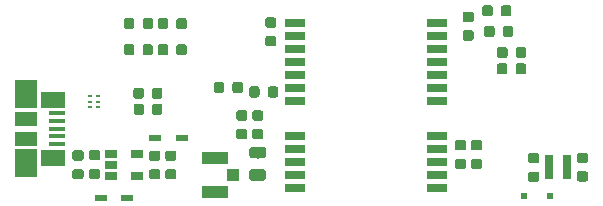
<source format=gbr>
G04 #@! TF.GenerationSoftware,KiCad,Pcbnew,(5.1.4)-1*
G04 #@! TF.CreationDate,2020-01-06T17:29:22-05:00*
G04 #@! TF.ProjectId,Feather-NEO-M9N-GPS,46656174-6865-4722-9d4e-454f2d4d394e,rev?*
G04 #@! TF.SameCoordinates,Original*
G04 #@! TF.FileFunction,Paste,Top*
G04 #@! TF.FilePolarity,Positive*
%FSLAX46Y46*%
G04 Gerber Fmt 4.6, Leading zero omitted, Abs format (unit mm)*
G04 Created by KiCad (PCBNEW (5.1.4)-1) date 2020-01-06 17:29:22*
%MOMM*%
%LPD*%
G04 APERTURE LIST*
%ADD10R,1.050000X0.500000*%
%ADD11C,0.100000*%
%ADD12C,0.875000*%
%ADD13R,1.060000X0.650000*%
%ADD14R,1.800000X0.800000*%
%ADD15R,0.325000X0.250000*%
%ADD16R,1.050000X1.000000*%
%ADD17R,2.200000X1.050000*%
%ADD18R,1.900000X1.175000*%
%ADD19R,1.900000X2.375000*%
%ADD20R,2.100000X1.475000*%
%ADD21R,1.380000X0.450000*%
%ADD22R,0.500000X0.500000*%
%ADD23R,0.800000X2.000000*%
%ADD24C,0.975000*%
G04 APERTURE END LIST*
D10*
X136453800Y-94208600D03*
X138729800Y-94208600D03*
X141063900Y-89128600D03*
X143339900Y-89128600D03*
D11*
G36*
X141323891Y-90177953D02*
G01*
X141345126Y-90181103D01*
X141365950Y-90186319D01*
X141386162Y-90193551D01*
X141405568Y-90202730D01*
X141423981Y-90213766D01*
X141441224Y-90226554D01*
X141457130Y-90240970D01*
X141471546Y-90256876D01*
X141484334Y-90274119D01*
X141495370Y-90292532D01*
X141504549Y-90311938D01*
X141511781Y-90332150D01*
X141516997Y-90352974D01*
X141520147Y-90374209D01*
X141521200Y-90395650D01*
X141521200Y-90833150D01*
X141520147Y-90854591D01*
X141516997Y-90875826D01*
X141511781Y-90896650D01*
X141504549Y-90916862D01*
X141495370Y-90936268D01*
X141484334Y-90954681D01*
X141471546Y-90971924D01*
X141457130Y-90987830D01*
X141441224Y-91002246D01*
X141423981Y-91015034D01*
X141405568Y-91026070D01*
X141386162Y-91035249D01*
X141365950Y-91042481D01*
X141345126Y-91047697D01*
X141323891Y-91050847D01*
X141302450Y-91051900D01*
X140789950Y-91051900D01*
X140768509Y-91050847D01*
X140747274Y-91047697D01*
X140726450Y-91042481D01*
X140706238Y-91035249D01*
X140686832Y-91026070D01*
X140668419Y-91015034D01*
X140651176Y-91002246D01*
X140635270Y-90987830D01*
X140620854Y-90971924D01*
X140608066Y-90954681D01*
X140597030Y-90936268D01*
X140587851Y-90916862D01*
X140580619Y-90896650D01*
X140575403Y-90875826D01*
X140572253Y-90854591D01*
X140571200Y-90833150D01*
X140571200Y-90395650D01*
X140572253Y-90374209D01*
X140575403Y-90352974D01*
X140580619Y-90332150D01*
X140587851Y-90311938D01*
X140597030Y-90292532D01*
X140608066Y-90274119D01*
X140620854Y-90256876D01*
X140635270Y-90240970D01*
X140651176Y-90226554D01*
X140668419Y-90213766D01*
X140686832Y-90202730D01*
X140706238Y-90193551D01*
X140726450Y-90186319D01*
X140747274Y-90181103D01*
X140768509Y-90177953D01*
X140789950Y-90176900D01*
X141302450Y-90176900D01*
X141323891Y-90177953D01*
X141323891Y-90177953D01*
G37*
D12*
X141046200Y-90614400D03*
D11*
G36*
X141323891Y-91752953D02*
G01*
X141345126Y-91756103D01*
X141365950Y-91761319D01*
X141386162Y-91768551D01*
X141405568Y-91777730D01*
X141423981Y-91788766D01*
X141441224Y-91801554D01*
X141457130Y-91815970D01*
X141471546Y-91831876D01*
X141484334Y-91849119D01*
X141495370Y-91867532D01*
X141504549Y-91886938D01*
X141511781Y-91907150D01*
X141516997Y-91927974D01*
X141520147Y-91949209D01*
X141521200Y-91970650D01*
X141521200Y-92408150D01*
X141520147Y-92429591D01*
X141516997Y-92450826D01*
X141511781Y-92471650D01*
X141504549Y-92491862D01*
X141495370Y-92511268D01*
X141484334Y-92529681D01*
X141471546Y-92546924D01*
X141457130Y-92562830D01*
X141441224Y-92577246D01*
X141423981Y-92590034D01*
X141405568Y-92601070D01*
X141386162Y-92610249D01*
X141365950Y-92617481D01*
X141345126Y-92622697D01*
X141323891Y-92625847D01*
X141302450Y-92626900D01*
X140789950Y-92626900D01*
X140768509Y-92625847D01*
X140747274Y-92622697D01*
X140726450Y-92617481D01*
X140706238Y-92610249D01*
X140686832Y-92601070D01*
X140668419Y-92590034D01*
X140651176Y-92577246D01*
X140635270Y-92562830D01*
X140620854Y-92546924D01*
X140608066Y-92529681D01*
X140597030Y-92511268D01*
X140587851Y-92491862D01*
X140580619Y-92471650D01*
X140575403Y-92450826D01*
X140572253Y-92429591D01*
X140571200Y-92408150D01*
X140571200Y-91970650D01*
X140572253Y-91949209D01*
X140575403Y-91927974D01*
X140580619Y-91907150D01*
X140587851Y-91886938D01*
X140597030Y-91867532D01*
X140608066Y-91849119D01*
X140620854Y-91831876D01*
X140635270Y-91815970D01*
X140651176Y-91801554D01*
X140668419Y-91788766D01*
X140686832Y-91777730D01*
X140706238Y-91768551D01*
X140726450Y-91761319D01*
X140747274Y-91756103D01*
X140768509Y-91752953D01*
X140789950Y-91751900D01*
X141302450Y-91751900D01*
X141323891Y-91752953D01*
X141323891Y-91752953D01*
G37*
D12*
X141046200Y-92189400D03*
D11*
G36*
X142682791Y-90177953D02*
G01*
X142704026Y-90181103D01*
X142724850Y-90186319D01*
X142745062Y-90193551D01*
X142764468Y-90202730D01*
X142782881Y-90213766D01*
X142800124Y-90226554D01*
X142816030Y-90240970D01*
X142830446Y-90256876D01*
X142843234Y-90274119D01*
X142854270Y-90292532D01*
X142863449Y-90311938D01*
X142870681Y-90332150D01*
X142875897Y-90352974D01*
X142879047Y-90374209D01*
X142880100Y-90395650D01*
X142880100Y-90833150D01*
X142879047Y-90854591D01*
X142875897Y-90875826D01*
X142870681Y-90896650D01*
X142863449Y-90916862D01*
X142854270Y-90936268D01*
X142843234Y-90954681D01*
X142830446Y-90971924D01*
X142816030Y-90987830D01*
X142800124Y-91002246D01*
X142782881Y-91015034D01*
X142764468Y-91026070D01*
X142745062Y-91035249D01*
X142724850Y-91042481D01*
X142704026Y-91047697D01*
X142682791Y-91050847D01*
X142661350Y-91051900D01*
X142148850Y-91051900D01*
X142127409Y-91050847D01*
X142106174Y-91047697D01*
X142085350Y-91042481D01*
X142065138Y-91035249D01*
X142045732Y-91026070D01*
X142027319Y-91015034D01*
X142010076Y-91002246D01*
X141994170Y-90987830D01*
X141979754Y-90971924D01*
X141966966Y-90954681D01*
X141955930Y-90936268D01*
X141946751Y-90916862D01*
X141939519Y-90896650D01*
X141934303Y-90875826D01*
X141931153Y-90854591D01*
X141930100Y-90833150D01*
X141930100Y-90395650D01*
X141931153Y-90374209D01*
X141934303Y-90352974D01*
X141939519Y-90332150D01*
X141946751Y-90311938D01*
X141955930Y-90292532D01*
X141966966Y-90274119D01*
X141979754Y-90256876D01*
X141994170Y-90240970D01*
X142010076Y-90226554D01*
X142027319Y-90213766D01*
X142045732Y-90202730D01*
X142065138Y-90193551D01*
X142085350Y-90186319D01*
X142106174Y-90181103D01*
X142127409Y-90177953D01*
X142148850Y-90176900D01*
X142661350Y-90176900D01*
X142682791Y-90177953D01*
X142682791Y-90177953D01*
G37*
D12*
X142405100Y-90614400D03*
D11*
G36*
X142682791Y-91752953D02*
G01*
X142704026Y-91756103D01*
X142724850Y-91761319D01*
X142745062Y-91768551D01*
X142764468Y-91777730D01*
X142782881Y-91788766D01*
X142800124Y-91801554D01*
X142816030Y-91815970D01*
X142830446Y-91831876D01*
X142843234Y-91849119D01*
X142854270Y-91867532D01*
X142863449Y-91886938D01*
X142870681Y-91907150D01*
X142875897Y-91927974D01*
X142879047Y-91949209D01*
X142880100Y-91970650D01*
X142880100Y-92408150D01*
X142879047Y-92429591D01*
X142875897Y-92450826D01*
X142870681Y-92471650D01*
X142863449Y-92491862D01*
X142854270Y-92511268D01*
X142843234Y-92529681D01*
X142830446Y-92546924D01*
X142816030Y-92562830D01*
X142800124Y-92577246D01*
X142782881Y-92590034D01*
X142764468Y-92601070D01*
X142745062Y-92610249D01*
X142724850Y-92617481D01*
X142704026Y-92622697D01*
X142682791Y-92625847D01*
X142661350Y-92626900D01*
X142148850Y-92626900D01*
X142127409Y-92625847D01*
X142106174Y-92622697D01*
X142085350Y-92617481D01*
X142065138Y-92610249D01*
X142045732Y-92601070D01*
X142027319Y-92590034D01*
X142010076Y-92577246D01*
X141994170Y-92562830D01*
X141979754Y-92546924D01*
X141966966Y-92529681D01*
X141955930Y-92511268D01*
X141946751Y-92491862D01*
X141939519Y-92471650D01*
X141934303Y-92450826D01*
X141931153Y-92429591D01*
X141930100Y-92408150D01*
X141930100Y-91970650D01*
X141931153Y-91949209D01*
X141934303Y-91927974D01*
X141939519Y-91907150D01*
X141946751Y-91886938D01*
X141955930Y-91867532D01*
X141966966Y-91849119D01*
X141979754Y-91831876D01*
X141994170Y-91815970D01*
X142010076Y-91801554D01*
X142027319Y-91788766D01*
X142045732Y-91777730D01*
X142065138Y-91768551D01*
X142085350Y-91761319D01*
X142106174Y-91756103D01*
X142127409Y-91752953D01*
X142148850Y-91751900D01*
X142661350Y-91751900D01*
X142682791Y-91752953D01*
X142682791Y-91752953D01*
G37*
D12*
X142405100Y-92189400D03*
D11*
G36*
X134821491Y-90165253D02*
G01*
X134842726Y-90168403D01*
X134863550Y-90173619D01*
X134883762Y-90180851D01*
X134903168Y-90190030D01*
X134921581Y-90201066D01*
X134938824Y-90213854D01*
X134954730Y-90228270D01*
X134969146Y-90244176D01*
X134981934Y-90261419D01*
X134992970Y-90279832D01*
X135002149Y-90299238D01*
X135009381Y-90319450D01*
X135014597Y-90340274D01*
X135017747Y-90361509D01*
X135018800Y-90382950D01*
X135018800Y-90820450D01*
X135017747Y-90841891D01*
X135014597Y-90863126D01*
X135009381Y-90883950D01*
X135002149Y-90904162D01*
X134992970Y-90923568D01*
X134981934Y-90941981D01*
X134969146Y-90959224D01*
X134954730Y-90975130D01*
X134938824Y-90989546D01*
X134921581Y-91002334D01*
X134903168Y-91013370D01*
X134883762Y-91022549D01*
X134863550Y-91029781D01*
X134842726Y-91034997D01*
X134821491Y-91038147D01*
X134800050Y-91039200D01*
X134287550Y-91039200D01*
X134266109Y-91038147D01*
X134244874Y-91034997D01*
X134224050Y-91029781D01*
X134203838Y-91022549D01*
X134184432Y-91013370D01*
X134166019Y-91002334D01*
X134148776Y-90989546D01*
X134132870Y-90975130D01*
X134118454Y-90959224D01*
X134105666Y-90941981D01*
X134094630Y-90923568D01*
X134085451Y-90904162D01*
X134078219Y-90883950D01*
X134073003Y-90863126D01*
X134069853Y-90841891D01*
X134068800Y-90820450D01*
X134068800Y-90382950D01*
X134069853Y-90361509D01*
X134073003Y-90340274D01*
X134078219Y-90319450D01*
X134085451Y-90299238D01*
X134094630Y-90279832D01*
X134105666Y-90261419D01*
X134118454Y-90244176D01*
X134132870Y-90228270D01*
X134148776Y-90213854D01*
X134166019Y-90201066D01*
X134184432Y-90190030D01*
X134203838Y-90180851D01*
X134224050Y-90173619D01*
X134244874Y-90168403D01*
X134266109Y-90165253D01*
X134287550Y-90164200D01*
X134800050Y-90164200D01*
X134821491Y-90165253D01*
X134821491Y-90165253D01*
G37*
D12*
X134543800Y-90601700D03*
D11*
G36*
X134821491Y-91740253D02*
G01*
X134842726Y-91743403D01*
X134863550Y-91748619D01*
X134883762Y-91755851D01*
X134903168Y-91765030D01*
X134921581Y-91776066D01*
X134938824Y-91788854D01*
X134954730Y-91803270D01*
X134969146Y-91819176D01*
X134981934Y-91836419D01*
X134992970Y-91854832D01*
X135002149Y-91874238D01*
X135009381Y-91894450D01*
X135014597Y-91915274D01*
X135017747Y-91936509D01*
X135018800Y-91957950D01*
X135018800Y-92395450D01*
X135017747Y-92416891D01*
X135014597Y-92438126D01*
X135009381Y-92458950D01*
X135002149Y-92479162D01*
X134992970Y-92498568D01*
X134981934Y-92516981D01*
X134969146Y-92534224D01*
X134954730Y-92550130D01*
X134938824Y-92564546D01*
X134921581Y-92577334D01*
X134903168Y-92588370D01*
X134883762Y-92597549D01*
X134863550Y-92604781D01*
X134842726Y-92609997D01*
X134821491Y-92613147D01*
X134800050Y-92614200D01*
X134287550Y-92614200D01*
X134266109Y-92613147D01*
X134244874Y-92609997D01*
X134224050Y-92604781D01*
X134203838Y-92597549D01*
X134184432Y-92588370D01*
X134166019Y-92577334D01*
X134148776Y-92564546D01*
X134132870Y-92550130D01*
X134118454Y-92534224D01*
X134105666Y-92516981D01*
X134094630Y-92498568D01*
X134085451Y-92479162D01*
X134078219Y-92458950D01*
X134073003Y-92438126D01*
X134069853Y-92416891D01*
X134068800Y-92395450D01*
X134068800Y-91957950D01*
X134069853Y-91936509D01*
X134073003Y-91915274D01*
X134078219Y-91894450D01*
X134085451Y-91874238D01*
X134094630Y-91854832D01*
X134105666Y-91836419D01*
X134118454Y-91819176D01*
X134132870Y-91803270D01*
X134148776Y-91788854D01*
X134166019Y-91776066D01*
X134184432Y-91765030D01*
X134203838Y-91755851D01*
X134224050Y-91748619D01*
X134244874Y-91743403D01*
X134266109Y-91740253D01*
X134287550Y-91739200D01*
X134800050Y-91739200D01*
X134821491Y-91740253D01*
X134821491Y-91740253D01*
G37*
D12*
X134543800Y-92176700D03*
D13*
X139580800Y-90451900D03*
X139580800Y-92351900D03*
X137380800Y-92351900D03*
X137380800Y-91401900D03*
X137380800Y-90451900D03*
D11*
G36*
X136231191Y-91714853D02*
G01*
X136252426Y-91718003D01*
X136273250Y-91723219D01*
X136293462Y-91730451D01*
X136312868Y-91739630D01*
X136331281Y-91750666D01*
X136348524Y-91763454D01*
X136364430Y-91777870D01*
X136378846Y-91793776D01*
X136391634Y-91811019D01*
X136402670Y-91829432D01*
X136411849Y-91848838D01*
X136419081Y-91869050D01*
X136424297Y-91889874D01*
X136427447Y-91911109D01*
X136428500Y-91932550D01*
X136428500Y-92370050D01*
X136427447Y-92391491D01*
X136424297Y-92412726D01*
X136419081Y-92433550D01*
X136411849Y-92453762D01*
X136402670Y-92473168D01*
X136391634Y-92491581D01*
X136378846Y-92508824D01*
X136364430Y-92524730D01*
X136348524Y-92539146D01*
X136331281Y-92551934D01*
X136312868Y-92562970D01*
X136293462Y-92572149D01*
X136273250Y-92579381D01*
X136252426Y-92584597D01*
X136231191Y-92587747D01*
X136209750Y-92588800D01*
X135697250Y-92588800D01*
X135675809Y-92587747D01*
X135654574Y-92584597D01*
X135633750Y-92579381D01*
X135613538Y-92572149D01*
X135594132Y-92562970D01*
X135575719Y-92551934D01*
X135558476Y-92539146D01*
X135542570Y-92524730D01*
X135528154Y-92508824D01*
X135515366Y-92491581D01*
X135504330Y-92473168D01*
X135495151Y-92453762D01*
X135487919Y-92433550D01*
X135482703Y-92412726D01*
X135479553Y-92391491D01*
X135478500Y-92370050D01*
X135478500Y-91932550D01*
X135479553Y-91911109D01*
X135482703Y-91889874D01*
X135487919Y-91869050D01*
X135495151Y-91848838D01*
X135504330Y-91829432D01*
X135515366Y-91811019D01*
X135528154Y-91793776D01*
X135542570Y-91777870D01*
X135558476Y-91763454D01*
X135575719Y-91750666D01*
X135594132Y-91739630D01*
X135613538Y-91730451D01*
X135633750Y-91723219D01*
X135654574Y-91718003D01*
X135675809Y-91714853D01*
X135697250Y-91713800D01*
X136209750Y-91713800D01*
X136231191Y-91714853D01*
X136231191Y-91714853D01*
G37*
D12*
X135953500Y-92151300D03*
D11*
G36*
X136231191Y-90139853D02*
G01*
X136252426Y-90143003D01*
X136273250Y-90148219D01*
X136293462Y-90155451D01*
X136312868Y-90164630D01*
X136331281Y-90175666D01*
X136348524Y-90188454D01*
X136364430Y-90202870D01*
X136378846Y-90218776D01*
X136391634Y-90236019D01*
X136402670Y-90254432D01*
X136411849Y-90273838D01*
X136419081Y-90294050D01*
X136424297Y-90314874D01*
X136427447Y-90336109D01*
X136428500Y-90357550D01*
X136428500Y-90795050D01*
X136427447Y-90816491D01*
X136424297Y-90837726D01*
X136419081Y-90858550D01*
X136411849Y-90878762D01*
X136402670Y-90898168D01*
X136391634Y-90916581D01*
X136378846Y-90933824D01*
X136364430Y-90949730D01*
X136348524Y-90964146D01*
X136331281Y-90976934D01*
X136312868Y-90987970D01*
X136293462Y-90997149D01*
X136273250Y-91004381D01*
X136252426Y-91009597D01*
X136231191Y-91012747D01*
X136209750Y-91013800D01*
X135697250Y-91013800D01*
X135675809Y-91012747D01*
X135654574Y-91009597D01*
X135633750Y-91004381D01*
X135613538Y-90997149D01*
X135594132Y-90987970D01*
X135575719Y-90976934D01*
X135558476Y-90964146D01*
X135542570Y-90949730D01*
X135528154Y-90933824D01*
X135515366Y-90916581D01*
X135504330Y-90898168D01*
X135495151Y-90878762D01*
X135487919Y-90858550D01*
X135482703Y-90837726D01*
X135479553Y-90816491D01*
X135478500Y-90795050D01*
X135478500Y-90357550D01*
X135479553Y-90336109D01*
X135482703Y-90314874D01*
X135487919Y-90294050D01*
X135495151Y-90273838D01*
X135504330Y-90254432D01*
X135515366Y-90236019D01*
X135528154Y-90218776D01*
X135542570Y-90202870D01*
X135558476Y-90188454D01*
X135575719Y-90175666D01*
X135594132Y-90164630D01*
X135613538Y-90155451D01*
X135633750Y-90148219D01*
X135654574Y-90143003D01*
X135675809Y-90139853D01*
X135697250Y-90138800D01*
X136209750Y-90138800D01*
X136231191Y-90139853D01*
X136231191Y-90139853D01*
G37*
D12*
X135953500Y-90576300D03*
D14*
X164902400Y-79347300D03*
X164902400Y-80447300D03*
X164902400Y-81547300D03*
X164902400Y-82647300D03*
X164902400Y-83747300D03*
X164902400Y-84847300D03*
X164902400Y-85947300D03*
X164902400Y-88947300D03*
X164902400Y-90047300D03*
X164902400Y-91147300D03*
X164902400Y-92247300D03*
X164902400Y-93347300D03*
X152902400Y-93347300D03*
X152902400Y-92247300D03*
X152902400Y-91147300D03*
X152902400Y-90047300D03*
X152902400Y-88947300D03*
X152902400Y-85947300D03*
X152902400Y-84847300D03*
X152902400Y-83747300D03*
X152902400Y-82647300D03*
X152902400Y-81547300D03*
X152902400Y-80447300D03*
X152902400Y-79347300D03*
D15*
X136252400Y-85529800D03*
X136252400Y-86029800D03*
X136252400Y-86529800D03*
X135578400Y-86529800D03*
X135578400Y-86029800D03*
X135578400Y-85529800D03*
D16*
X147663900Y-92252800D03*
D17*
X146138900Y-90777800D03*
X146138900Y-93727800D03*
D18*
X130107840Y-89160880D03*
X130107840Y-87480880D03*
D19*
X130107840Y-91230880D03*
X130107840Y-85410880D03*
D20*
X132407840Y-90783380D03*
X132407840Y-85858380D03*
D21*
X132767840Y-89620880D03*
X132767840Y-88970880D03*
X132767840Y-88320880D03*
X132767840Y-87670880D03*
X132767840Y-87020880D03*
D11*
G36*
X151153691Y-78907973D02*
G01*
X151174926Y-78911123D01*
X151195750Y-78916339D01*
X151215962Y-78923571D01*
X151235368Y-78932750D01*
X151253781Y-78943786D01*
X151271024Y-78956574D01*
X151286930Y-78970990D01*
X151301346Y-78986896D01*
X151314134Y-79004139D01*
X151325170Y-79022552D01*
X151334349Y-79041958D01*
X151341581Y-79062170D01*
X151346797Y-79082994D01*
X151349947Y-79104229D01*
X151351000Y-79125670D01*
X151351000Y-79563170D01*
X151349947Y-79584611D01*
X151346797Y-79605846D01*
X151341581Y-79626670D01*
X151334349Y-79646882D01*
X151325170Y-79666288D01*
X151314134Y-79684701D01*
X151301346Y-79701944D01*
X151286930Y-79717850D01*
X151271024Y-79732266D01*
X151253781Y-79745054D01*
X151235368Y-79756090D01*
X151215962Y-79765269D01*
X151195750Y-79772501D01*
X151174926Y-79777717D01*
X151153691Y-79780867D01*
X151132250Y-79781920D01*
X150619750Y-79781920D01*
X150598309Y-79780867D01*
X150577074Y-79777717D01*
X150556250Y-79772501D01*
X150536038Y-79765269D01*
X150516632Y-79756090D01*
X150498219Y-79745054D01*
X150480976Y-79732266D01*
X150465070Y-79717850D01*
X150450654Y-79701944D01*
X150437866Y-79684701D01*
X150426830Y-79666288D01*
X150417651Y-79646882D01*
X150410419Y-79626670D01*
X150405203Y-79605846D01*
X150402053Y-79584611D01*
X150401000Y-79563170D01*
X150401000Y-79125670D01*
X150402053Y-79104229D01*
X150405203Y-79082994D01*
X150410419Y-79062170D01*
X150417651Y-79041958D01*
X150426830Y-79022552D01*
X150437866Y-79004139D01*
X150450654Y-78986896D01*
X150465070Y-78970990D01*
X150480976Y-78956574D01*
X150498219Y-78943786D01*
X150516632Y-78932750D01*
X150536038Y-78923571D01*
X150556250Y-78916339D01*
X150577074Y-78911123D01*
X150598309Y-78907973D01*
X150619750Y-78906920D01*
X151132250Y-78906920D01*
X151153691Y-78907973D01*
X151153691Y-78907973D01*
G37*
D12*
X150876000Y-79344420D03*
D11*
G36*
X151153691Y-80482973D02*
G01*
X151174926Y-80486123D01*
X151195750Y-80491339D01*
X151215962Y-80498571D01*
X151235368Y-80507750D01*
X151253781Y-80518786D01*
X151271024Y-80531574D01*
X151286930Y-80545990D01*
X151301346Y-80561896D01*
X151314134Y-80579139D01*
X151325170Y-80597552D01*
X151334349Y-80616958D01*
X151341581Y-80637170D01*
X151346797Y-80657994D01*
X151349947Y-80679229D01*
X151351000Y-80700670D01*
X151351000Y-81138170D01*
X151349947Y-81159611D01*
X151346797Y-81180846D01*
X151341581Y-81201670D01*
X151334349Y-81221882D01*
X151325170Y-81241288D01*
X151314134Y-81259701D01*
X151301346Y-81276944D01*
X151286930Y-81292850D01*
X151271024Y-81307266D01*
X151253781Y-81320054D01*
X151235368Y-81331090D01*
X151215962Y-81340269D01*
X151195750Y-81347501D01*
X151174926Y-81352717D01*
X151153691Y-81355867D01*
X151132250Y-81356920D01*
X150619750Y-81356920D01*
X150598309Y-81355867D01*
X150577074Y-81352717D01*
X150556250Y-81347501D01*
X150536038Y-81340269D01*
X150516632Y-81331090D01*
X150498219Y-81320054D01*
X150480976Y-81307266D01*
X150465070Y-81292850D01*
X150450654Y-81276944D01*
X150437866Y-81259701D01*
X150426830Y-81241288D01*
X150417651Y-81221882D01*
X150410419Y-81201670D01*
X150405203Y-81180846D01*
X150402053Y-81159611D01*
X150401000Y-81138170D01*
X150401000Y-80700670D01*
X150402053Y-80679229D01*
X150405203Y-80657994D01*
X150410419Y-80637170D01*
X150417651Y-80616958D01*
X150426830Y-80597552D01*
X150437866Y-80579139D01*
X150450654Y-80561896D01*
X150465070Y-80545990D01*
X150480976Y-80531574D01*
X150498219Y-80518786D01*
X150516632Y-80507750D01*
X150536038Y-80498571D01*
X150556250Y-80491339D01*
X150577074Y-80486123D01*
X150598309Y-80482973D01*
X150619750Y-80481920D01*
X151132250Y-80481920D01*
X151153691Y-80482973D01*
X151153691Y-80482973D01*
G37*
D12*
X150876000Y-80919420D03*
D11*
G36*
X143557411Y-81171813D02*
G01*
X143578646Y-81174963D01*
X143599470Y-81180179D01*
X143619682Y-81187411D01*
X143639088Y-81196590D01*
X143657501Y-81207626D01*
X143674744Y-81220414D01*
X143690650Y-81234830D01*
X143705066Y-81250736D01*
X143717854Y-81267979D01*
X143728890Y-81286392D01*
X143738069Y-81305798D01*
X143745301Y-81326010D01*
X143750517Y-81346834D01*
X143753667Y-81368069D01*
X143754720Y-81389510D01*
X143754720Y-81902010D01*
X143753667Y-81923451D01*
X143750517Y-81944686D01*
X143745301Y-81965510D01*
X143738069Y-81985722D01*
X143728890Y-82005128D01*
X143717854Y-82023541D01*
X143705066Y-82040784D01*
X143690650Y-82056690D01*
X143674744Y-82071106D01*
X143657501Y-82083894D01*
X143639088Y-82094930D01*
X143619682Y-82104109D01*
X143599470Y-82111341D01*
X143578646Y-82116557D01*
X143557411Y-82119707D01*
X143535970Y-82120760D01*
X143098470Y-82120760D01*
X143077029Y-82119707D01*
X143055794Y-82116557D01*
X143034970Y-82111341D01*
X143014758Y-82104109D01*
X142995352Y-82094930D01*
X142976939Y-82083894D01*
X142959696Y-82071106D01*
X142943790Y-82056690D01*
X142929374Y-82040784D01*
X142916586Y-82023541D01*
X142905550Y-82005128D01*
X142896371Y-81985722D01*
X142889139Y-81965510D01*
X142883923Y-81944686D01*
X142880773Y-81923451D01*
X142879720Y-81902010D01*
X142879720Y-81389510D01*
X142880773Y-81368069D01*
X142883923Y-81346834D01*
X142889139Y-81326010D01*
X142896371Y-81305798D01*
X142905550Y-81286392D01*
X142916586Y-81267979D01*
X142929374Y-81250736D01*
X142943790Y-81234830D01*
X142959696Y-81220414D01*
X142976939Y-81207626D01*
X142995352Y-81196590D01*
X143014758Y-81187411D01*
X143034970Y-81180179D01*
X143055794Y-81174963D01*
X143077029Y-81171813D01*
X143098470Y-81170760D01*
X143535970Y-81170760D01*
X143557411Y-81171813D01*
X143557411Y-81171813D01*
G37*
D12*
X143317220Y-81645760D03*
D11*
G36*
X141982411Y-81171813D02*
G01*
X142003646Y-81174963D01*
X142024470Y-81180179D01*
X142044682Y-81187411D01*
X142064088Y-81196590D01*
X142082501Y-81207626D01*
X142099744Y-81220414D01*
X142115650Y-81234830D01*
X142130066Y-81250736D01*
X142142854Y-81267979D01*
X142153890Y-81286392D01*
X142163069Y-81305798D01*
X142170301Y-81326010D01*
X142175517Y-81346834D01*
X142178667Y-81368069D01*
X142179720Y-81389510D01*
X142179720Y-81902010D01*
X142178667Y-81923451D01*
X142175517Y-81944686D01*
X142170301Y-81965510D01*
X142163069Y-81985722D01*
X142153890Y-82005128D01*
X142142854Y-82023541D01*
X142130066Y-82040784D01*
X142115650Y-82056690D01*
X142099744Y-82071106D01*
X142082501Y-82083894D01*
X142064088Y-82094930D01*
X142044682Y-82104109D01*
X142024470Y-82111341D01*
X142003646Y-82116557D01*
X141982411Y-82119707D01*
X141960970Y-82120760D01*
X141523470Y-82120760D01*
X141502029Y-82119707D01*
X141480794Y-82116557D01*
X141459970Y-82111341D01*
X141439758Y-82104109D01*
X141420352Y-82094930D01*
X141401939Y-82083894D01*
X141384696Y-82071106D01*
X141368790Y-82056690D01*
X141354374Y-82040784D01*
X141341586Y-82023541D01*
X141330550Y-82005128D01*
X141321371Y-81985722D01*
X141314139Y-81965510D01*
X141308923Y-81944686D01*
X141305773Y-81923451D01*
X141304720Y-81902010D01*
X141304720Y-81389510D01*
X141305773Y-81368069D01*
X141308923Y-81346834D01*
X141314139Y-81326010D01*
X141321371Y-81305798D01*
X141330550Y-81286392D01*
X141341586Y-81267979D01*
X141354374Y-81250736D01*
X141368790Y-81234830D01*
X141384696Y-81220414D01*
X141401939Y-81207626D01*
X141420352Y-81196590D01*
X141439758Y-81187411D01*
X141459970Y-81180179D01*
X141480794Y-81174963D01*
X141502029Y-81171813D01*
X141523470Y-81170760D01*
X141960970Y-81170760D01*
X141982411Y-81171813D01*
X141982411Y-81171813D01*
G37*
D12*
X141742220Y-81645760D03*
D11*
G36*
X143552171Y-78956933D02*
G01*
X143573406Y-78960083D01*
X143594230Y-78965299D01*
X143614442Y-78972531D01*
X143633848Y-78981710D01*
X143652261Y-78992746D01*
X143669504Y-79005534D01*
X143685410Y-79019950D01*
X143699826Y-79035856D01*
X143712614Y-79053099D01*
X143723650Y-79071512D01*
X143732829Y-79090918D01*
X143740061Y-79111130D01*
X143745277Y-79131954D01*
X143748427Y-79153189D01*
X143749480Y-79174630D01*
X143749480Y-79687130D01*
X143748427Y-79708571D01*
X143745277Y-79729806D01*
X143740061Y-79750630D01*
X143732829Y-79770842D01*
X143723650Y-79790248D01*
X143712614Y-79808661D01*
X143699826Y-79825904D01*
X143685410Y-79841810D01*
X143669504Y-79856226D01*
X143652261Y-79869014D01*
X143633848Y-79880050D01*
X143614442Y-79889229D01*
X143594230Y-79896461D01*
X143573406Y-79901677D01*
X143552171Y-79904827D01*
X143530730Y-79905880D01*
X143093230Y-79905880D01*
X143071789Y-79904827D01*
X143050554Y-79901677D01*
X143029730Y-79896461D01*
X143009518Y-79889229D01*
X142990112Y-79880050D01*
X142971699Y-79869014D01*
X142954456Y-79856226D01*
X142938550Y-79841810D01*
X142924134Y-79825904D01*
X142911346Y-79808661D01*
X142900310Y-79790248D01*
X142891131Y-79770842D01*
X142883899Y-79750630D01*
X142878683Y-79729806D01*
X142875533Y-79708571D01*
X142874480Y-79687130D01*
X142874480Y-79174630D01*
X142875533Y-79153189D01*
X142878683Y-79131954D01*
X142883899Y-79111130D01*
X142891131Y-79090918D01*
X142900310Y-79071512D01*
X142911346Y-79053099D01*
X142924134Y-79035856D01*
X142938550Y-79019950D01*
X142954456Y-79005534D01*
X142971699Y-78992746D01*
X142990112Y-78981710D01*
X143009518Y-78972531D01*
X143029730Y-78965299D01*
X143050554Y-78960083D01*
X143071789Y-78956933D01*
X143093230Y-78955880D01*
X143530730Y-78955880D01*
X143552171Y-78956933D01*
X143552171Y-78956933D01*
G37*
D12*
X143311980Y-79430880D03*
D11*
G36*
X141977171Y-78956933D02*
G01*
X141998406Y-78960083D01*
X142019230Y-78965299D01*
X142039442Y-78972531D01*
X142058848Y-78981710D01*
X142077261Y-78992746D01*
X142094504Y-79005534D01*
X142110410Y-79019950D01*
X142124826Y-79035856D01*
X142137614Y-79053099D01*
X142148650Y-79071512D01*
X142157829Y-79090918D01*
X142165061Y-79111130D01*
X142170277Y-79131954D01*
X142173427Y-79153189D01*
X142174480Y-79174630D01*
X142174480Y-79687130D01*
X142173427Y-79708571D01*
X142170277Y-79729806D01*
X142165061Y-79750630D01*
X142157829Y-79770842D01*
X142148650Y-79790248D01*
X142137614Y-79808661D01*
X142124826Y-79825904D01*
X142110410Y-79841810D01*
X142094504Y-79856226D01*
X142077261Y-79869014D01*
X142058848Y-79880050D01*
X142039442Y-79889229D01*
X142019230Y-79896461D01*
X141998406Y-79901677D01*
X141977171Y-79904827D01*
X141955730Y-79905880D01*
X141518230Y-79905880D01*
X141496789Y-79904827D01*
X141475554Y-79901677D01*
X141454730Y-79896461D01*
X141434518Y-79889229D01*
X141415112Y-79880050D01*
X141396699Y-79869014D01*
X141379456Y-79856226D01*
X141363550Y-79841810D01*
X141349134Y-79825904D01*
X141336346Y-79808661D01*
X141325310Y-79790248D01*
X141316131Y-79770842D01*
X141308899Y-79750630D01*
X141303683Y-79729806D01*
X141300533Y-79708571D01*
X141299480Y-79687130D01*
X141299480Y-79174630D01*
X141300533Y-79153189D01*
X141303683Y-79131954D01*
X141308899Y-79111130D01*
X141316131Y-79090918D01*
X141325310Y-79071512D01*
X141336346Y-79053099D01*
X141349134Y-79035856D01*
X141363550Y-79019950D01*
X141379456Y-79005534D01*
X141396699Y-78992746D01*
X141415112Y-78981710D01*
X141434518Y-78972531D01*
X141454730Y-78965299D01*
X141475554Y-78960083D01*
X141496789Y-78956933D01*
X141518230Y-78955880D01*
X141955730Y-78955880D01*
X141977171Y-78956933D01*
X141977171Y-78956933D01*
G37*
D12*
X141736980Y-79430880D03*
D11*
G36*
X169612371Y-79612253D02*
G01*
X169633606Y-79615403D01*
X169654430Y-79620619D01*
X169674642Y-79627851D01*
X169694048Y-79637030D01*
X169712461Y-79648066D01*
X169729704Y-79660854D01*
X169745610Y-79675270D01*
X169760026Y-79691176D01*
X169772814Y-79708419D01*
X169783850Y-79726832D01*
X169793029Y-79746238D01*
X169800261Y-79766450D01*
X169805477Y-79787274D01*
X169808627Y-79808509D01*
X169809680Y-79829950D01*
X169809680Y-80342450D01*
X169808627Y-80363891D01*
X169805477Y-80385126D01*
X169800261Y-80405950D01*
X169793029Y-80426162D01*
X169783850Y-80445568D01*
X169772814Y-80463981D01*
X169760026Y-80481224D01*
X169745610Y-80497130D01*
X169729704Y-80511546D01*
X169712461Y-80524334D01*
X169694048Y-80535370D01*
X169674642Y-80544549D01*
X169654430Y-80551781D01*
X169633606Y-80556997D01*
X169612371Y-80560147D01*
X169590930Y-80561200D01*
X169153430Y-80561200D01*
X169131989Y-80560147D01*
X169110754Y-80556997D01*
X169089930Y-80551781D01*
X169069718Y-80544549D01*
X169050312Y-80535370D01*
X169031899Y-80524334D01*
X169014656Y-80511546D01*
X168998750Y-80497130D01*
X168984334Y-80481224D01*
X168971546Y-80463981D01*
X168960510Y-80445568D01*
X168951331Y-80426162D01*
X168944099Y-80405950D01*
X168938883Y-80385126D01*
X168935733Y-80363891D01*
X168934680Y-80342450D01*
X168934680Y-79829950D01*
X168935733Y-79808509D01*
X168938883Y-79787274D01*
X168944099Y-79766450D01*
X168951331Y-79746238D01*
X168960510Y-79726832D01*
X168971546Y-79708419D01*
X168984334Y-79691176D01*
X168998750Y-79675270D01*
X169014656Y-79660854D01*
X169031899Y-79648066D01*
X169050312Y-79637030D01*
X169069718Y-79627851D01*
X169089930Y-79620619D01*
X169110754Y-79615403D01*
X169131989Y-79612253D01*
X169153430Y-79611200D01*
X169590930Y-79611200D01*
X169612371Y-79612253D01*
X169612371Y-79612253D01*
G37*
D12*
X169372180Y-80086200D03*
D11*
G36*
X171187371Y-79612253D02*
G01*
X171208606Y-79615403D01*
X171229430Y-79620619D01*
X171249642Y-79627851D01*
X171269048Y-79637030D01*
X171287461Y-79648066D01*
X171304704Y-79660854D01*
X171320610Y-79675270D01*
X171335026Y-79691176D01*
X171347814Y-79708419D01*
X171358850Y-79726832D01*
X171368029Y-79746238D01*
X171375261Y-79766450D01*
X171380477Y-79787274D01*
X171383627Y-79808509D01*
X171384680Y-79829950D01*
X171384680Y-80342450D01*
X171383627Y-80363891D01*
X171380477Y-80385126D01*
X171375261Y-80405950D01*
X171368029Y-80426162D01*
X171358850Y-80445568D01*
X171347814Y-80463981D01*
X171335026Y-80481224D01*
X171320610Y-80497130D01*
X171304704Y-80511546D01*
X171287461Y-80524334D01*
X171269048Y-80535370D01*
X171249642Y-80544549D01*
X171229430Y-80551781D01*
X171208606Y-80556997D01*
X171187371Y-80560147D01*
X171165930Y-80561200D01*
X170728430Y-80561200D01*
X170706989Y-80560147D01*
X170685754Y-80556997D01*
X170664930Y-80551781D01*
X170644718Y-80544549D01*
X170625312Y-80535370D01*
X170606899Y-80524334D01*
X170589656Y-80511546D01*
X170573750Y-80497130D01*
X170559334Y-80481224D01*
X170546546Y-80463981D01*
X170535510Y-80445568D01*
X170526331Y-80426162D01*
X170519099Y-80405950D01*
X170513883Y-80385126D01*
X170510733Y-80363891D01*
X170509680Y-80342450D01*
X170509680Y-79829950D01*
X170510733Y-79808509D01*
X170513883Y-79787274D01*
X170519099Y-79766450D01*
X170526331Y-79746238D01*
X170535510Y-79726832D01*
X170546546Y-79708419D01*
X170559334Y-79691176D01*
X170573750Y-79675270D01*
X170589656Y-79660854D01*
X170606899Y-79648066D01*
X170625312Y-79637030D01*
X170644718Y-79627851D01*
X170664930Y-79620619D01*
X170685754Y-79615403D01*
X170706989Y-79612253D01*
X170728430Y-79611200D01*
X171165930Y-79611200D01*
X171187371Y-79612253D01*
X171187371Y-79612253D01*
G37*
D12*
X170947180Y-80086200D03*
D11*
G36*
X169454891Y-77879973D02*
G01*
X169476126Y-77883123D01*
X169496950Y-77888339D01*
X169517162Y-77895571D01*
X169536568Y-77904750D01*
X169554981Y-77915786D01*
X169572224Y-77928574D01*
X169588130Y-77942990D01*
X169602546Y-77958896D01*
X169615334Y-77976139D01*
X169626370Y-77994552D01*
X169635549Y-78013958D01*
X169642781Y-78034170D01*
X169647997Y-78054994D01*
X169651147Y-78076229D01*
X169652200Y-78097670D01*
X169652200Y-78610170D01*
X169651147Y-78631611D01*
X169647997Y-78652846D01*
X169642781Y-78673670D01*
X169635549Y-78693882D01*
X169626370Y-78713288D01*
X169615334Y-78731701D01*
X169602546Y-78748944D01*
X169588130Y-78764850D01*
X169572224Y-78779266D01*
X169554981Y-78792054D01*
X169536568Y-78803090D01*
X169517162Y-78812269D01*
X169496950Y-78819501D01*
X169476126Y-78824717D01*
X169454891Y-78827867D01*
X169433450Y-78828920D01*
X168995950Y-78828920D01*
X168974509Y-78827867D01*
X168953274Y-78824717D01*
X168932450Y-78819501D01*
X168912238Y-78812269D01*
X168892832Y-78803090D01*
X168874419Y-78792054D01*
X168857176Y-78779266D01*
X168841270Y-78764850D01*
X168826854Y-78748944D01*
X168814066Y-78731701D01*
X168803030Y-78713288D01*
X168793851Y-78693882D01*
X168786619Y-78673670D01*
X168781403Y-78652846D01*
X168778253Y-78631611D01*
X168777200Y-78610170D01*
X168777200Y-78097670D01*
X168778253Y-78076229D01*
X168781403Y-78054994D01*
X168786619Y-78034170D01*
X168793851Y-78013958D01*
X168803030Y-77994552D01*
X168814066Y-77976139D01*
X168826854Y-77958896D01*
X168841270Y-77942990D01*
X168857176Y-77928574D01*
X168874419Y-77915786D01*
X168892832Y-77904750D01*
X168912238Y-77895571D01*
X168932450Y-77888339D01*
X168953274Y-77883123D01*
X168974509Y-77879973D01*
X168995950Y-77878920D01*
X169433450Y-77878920D01*
X169454891Y-77879973D01*
X169454891Y-77879973D01*
G37*
D12*
X169214700Y-78353920D03*
D11*
G36*
X171029891Y-77879973D02*
G01*
X171051126Y-77883123D01*
X171071950Y-77888339D01*
X171092162Y-77895571D01*
X171111568Y-77904750D01*
X171129981Y-77915786D01*
X171147224Y-77928574D01*
X171163130Y-77942990D01*
X171177546Y-77958896D01*
X171190334Y-77976139D01*
X171201370Y-77994552D01*
X171210549Y-78013958D01*
X171217781Y-78034170D01*
X171222997Y-78054994D01*
X171226147Y-78076229D01*
X171227200Y-78097670D01*
X171227200Y-78610170D01*
X171226147Y-78631611D01*
X171222997Y-78652846D01*
X171217781Y-78673670D01*
X171210549Y-78693882D01*
X171201370Y-78713288D01*
X171190334Y-78731701D01*
X171177546Y-78748944D01*
X171163130Y-78764850D01*
X171147224Y-78779266D01*
X171129981Y-78792054D01*
X171111568Y-78803090D01*
X171092162Y-78812269D01*
X171071950Y-78819501D01*
X171051126Y-78824717D01*
X171029891Y-78827867D01*
X171008450Y-78828920D01*
X170570950Y-78828920D01*
X170549509Y-78827867D01*
X170528274Y-78824717D01*
X170507450Y-78819501D01*
X170487238Y-78812269D01*
X170467832Y-78803090D01*
X170449419Y-78792054D01*
X170432176Y-78779266D01*
X170416270Y-78764850D01*
X170401854Y-78748944D01*
X170389066Y-78731701D01*
X170378030Y-78713288D01*
X170368851Y-78693882D01*
X170361619Y-78673670D01*
X170356403Y-78652846D01*
X170353253Y-78631611D01*
X170352200Y-78610170D01*
X170352200Y-78097670D01*
X170353253Y-78076229D01*
X170356403Y-78054994D01*
X170361619Y-78034170D01*
X170368851Y-78013958D01*
X170378030Y-77994552D01*
X170389066Y-77976139D01*
X170401854Y-77958896D01*
X170416270Y-77942990D01*
X170432176Y-77928574D01*
X170449419Y-77915786D01*
X170467832Y-77904750D01*
X170487238Y-77895571D01*
X170507450Y-77888339D01*
X170528274Y-77883123D01*
X170549509Y-77879973D01*
X170570950Y-77878920D01*
X171008450Y-77878920D01*
X171029891Y-77879973D01*
X171029891Y-77879973D01*
G37*
D12*
X170789700Y-78353920D03*
D11*
G36*
X177529051Y-91935833D02*
G01*
X177550286Y-91938983D01*
X177571110Y-91944199D01*
X177591322Y-91951431D01*
X177610728Y-91960610D01*
X177629141Y-91971646D01*
X177646384Y-91984434D01*
X177662290Y-91998850D01*
X177676706Y-92014756D01*
X177689494Y-92031999D01*
X177700530Y-92050412D01*
X177709709Y-92069818D01*
X177716941Y-92090030D01*
X177722157Y-92110854D01*
X177725307Y-92132089D01*
X177726360Y-92153530D01*
X177726360Y-92591030D01*
X177725307Y-92612471D01*
X177722157Y-92633706D01*
X177716941Y-92654530D01*
X177709709Y-92674742D01*
X177700530Y-92694148D01*
X177689494Y-92712561D01*
X177676706Y-92729804D01*
X177662290Y-92745710D01*
X177646384Y-92760126D01*
X177629141Y-92772914D01*
X177610728Y-92783950D01*
X177591322Y-92793129D01*
X177571110Y-92800361D01*
X177550286Y-92805577D01*
X177529051Y-92808727D01*
X177507610Y-92809780D01*
X176995110Y-92809780D01*
X176973669Y-92808727D01*
X176952434Y-92805577D01*
X176931610Y-92800361D01*
X176911398Y-92793129D01*
X176891992Y-92783950D01*
X176873579Y-92772914D01*
X176856336Y-92760126D01*
X176840430Y-92745710D01*
X176826014Y-92729804D01*
X176813226Y-92712561D01*
X176802190Y-92694148D01*
X176793011Y-92674742D01*
X176785779Y-92654530D01*
X176780563Y-92633706D01*
X176777413Y-92612471D01*
X176776360Y-92591030D01*
X176776360Y-92153530D01*
X176777413Y-92132089D01*
X176780563Y-92110854D01*
X176785779Y-92090030D01*
X176793011Y-92069818D01*
X176802190Y-92050412D01*
X176813226Y-92031999D01*
X176826014Y-92014756D01*
X176840430Y-91998850D01*
X176856336Y-91984434D01*
X176873579Y-91971646D01*
X176891992Y-91960610D01*
X176911398Y-91951431D01*
X176931610Y-91944199D01*
X176952434Y-91938983D01*
X176973669Y-91935833D01*
X176995110Y-91934780D01*
X177507610Y-91934780D01*
X177529051Y-91935833D01*
X177529051Y-91935833D01*
G37*
D12*
X177251360Y-92372280D03*
D11*
G36*
X177529051Y-90360833D02*
G01*
X177550286Y-90363983D01*
X177571110Y-90369199D01*
X177591322Y-90376431D01*
X177610728Y-90385610D01*
X177629141Y-90396646D01*
X177646384Y-90409434D01*
X177662290Y-90423850D01*
X177676706Y-90439756D01*
X177689494Y-90456999D01*
X177700530Y-90475412D01*
X177709709Y-90494818D01*
X177716941Y-90515030D01*
X177722157Y-90535854D01*
X177725307Y-90557089D01*
X177726360Y-90578530D01*
X177726360Y-91016030D01*
X177725307Y-91037471D01*
X177722157Y-91058706D01*
X177716941Y-91079530D01*
X177709709Y-91099742D01*
X177700530Y-91119148D01*
X177689494Y-91137561D01*
X177676706Y-91154804D01*
X177662290Y-91170710D01*
X177646384Y-91185126D01*
X177629141Y-91197914D01*
X177610728Y-91208950D01*
X177591322Y-91218129D01*
X177571110Y-91225361D01*
X177550286Y-91230577D01*
X177529051Y-91233727D01*
X177507610Y-91234780D01*
X176995110Y-91234780D01*
X176973669Y-91233727D01*
X176952434Y-91230577D01*
X176931610Y-91225361D01*
X176911398Y-91218129D01*
X176891992Y-91208950D01*
X176873579Y-91197914D01*
X176856336Y-91185126D01*
X176840430Y-91170710D01*
X176826014Y-91154804D01*
X176813226Y-91137561D01*
X176802190Y-91119148D01*
X176793011Y-91099742D01*
X176785779Y-91079530D01*
X176780563Y-91058706D01*
X176777413Y-91037471D01*
X176776360Y-91016030D01*
X176776360Y-90578530D01*
X176777413Y-90557089D01*
X176780563Y-90535854D01*
X176785779Y-90515030D01*
X176793011Y-90494818D01*
X176802190Y-90475412D01*
X176813226Y-90456999D01*
X176826014Y-90439756D01*
X176840430Y-90423850D01*
X176856336Y-90409434D01*
X176873579Y-90396646D01*
X176891992Y-90385610D01*
X176911398Y-90376431D01*
X176931610Y-90369199D01*
X176952434Y-90363983D01*
X176973669Y-90360833D01*
X176995110Y-90359780D01*
X177507610Y-90359780D01*
X177529051Y-90360833D01*
X177529051Y-90360833D01*
G37*
D12*
X177251360Y-90797280D03*
D11*
G36*
X148296891Y-84362053D02*
G01*
X148318126Y-84365203D01*
X148338950Y-84370419D01*
X148359162Y-84377651D01*
X148378568Y-84386830D01*
X148396981Y-84397866D01*
X148414224Y-84410654D01*
X148430130Y-84425070D01*
X148444546Y-84440976D01*
X148457334Y-84458219D01*
X148468370Y-84476632D01*
X148477549Y-84496038D01*
X148484781Y-84516250D01*
X148489997Y-84537074D01*
X148493147Y-84558309D01*
X148494200Y-84579750D01*
X148494200Y-85092250D01*
X148493147Y-85113691D01*
X148489997Y-85134926D01*
X148484781Y-85155750D01*
X148477549Y-85175962D01*
X148468370Y-85195368D01*
X148457334Y-85213781D01*
X148444546Y-85231024D01*
X148430130Y-85246930D01*
X148414224Y-85261346D01*
X148396981Y-85274134D01*
X148378568Y-85285170D01*
X148359162Y-85294349D01*
X148338950Y-85301581D01*
X148318126Y-85306797D01*
X148296891Y-85309947D01*
X148275450Y-85311000D01*
X147837950Y-85311000D01*
X147816509Y-85309947D01*
X147795274Y-85306797D01*
X147774450Y-85301581D01*
X147754238Y-85294349D01*
X147734832Y-85285170D01*
X147716419Y-85274134D01*
X147699176Y-85261346D01*
X147683270Y-85246930D01*
X147668854Y-85231024D01*
X147656066Y-85213781D01*
X147645030Y-85195368D01*
X147635851Y-85175962D01*
X147628619Y-85155750D01*
X147623403Y-85134926D01*
X147620253Y-85113691D01*
X147619200Y-85092250D01*
X147619200Y-84579750D01*
X147620253Y-84558309D01*
X147623403Y-84537074D01*
X147628619Y-84516250D01*
X147635851Y-84496038D01*
X147645030Y-84476632D01*
X147656066Y-84458219D01*
X147668854Y-84440976D01*
X147683270Y-84425070D01*
X147699176Y-84410654D01*
X147716419Y-84397866D01*
X147734832Y-84386830D01*
X147754238Y-84377651D01*
X147774450Y-84370419D01*
X147795274Y-84365203D01*
X147816509Y-84362053D01*
X147837950Y-84361000D01*
X148275450Y-84361000D01*
X148296891Y-84362053D01*
X148296891Y-84362053D01*
G37*
D12*
X148056700Y-84836000D03*
D11*
G36*
X146721891Y-84362053D02*
G01*
X146743126Y-84365203D01*
X146763950Y-84370419D01*
X146784162Y-84377651D01*
X146803568Y-84386830D01*
X146821981Y-84397866D01*
X146839224Y-84410654D01*
X146855130Y-84425070D01*
X146869546Y-84440976D01*
X146882334Y-84458219D01*
X146893370Y-84476632D01*
X146902549Y-84496038D01*
X146909781Y-84516250D01*
X146914997Y-84537074D01*
X146918147Y-84558309D01*
X146919200Y-84579750D01*
X146919200Y-85092250D01*
X146918147Y-85113691D01*
X146914997Y-85134926D01*
X146909781Y-85155750D01*
X146902549Y-85175962D01*
X146893370Y-85195368D01*
X146882334Y-85213781D01*
X146869546Y-85231024D01*
X146855130Y-85246930D01*
X146839224Y-85261346D01*
X146821981Y-85274134D01*
X146803568Y-85285170D01*
X146784162Y-85294349D01*
X146763950Y-85301581D01*
X146743126Y-85306797D01*
X146721891Y-85309947D01*
X146700450Y-85311000D01*
X146262950Y-85311000D01*
X146241509Y-85309947D01*
X146220274Y-85306797D01*
X146199450Y-85301581D01*
X146179238Y-85294349D01*
X146159832Y-85285170D01*
X146141419Y-85274134D01*
X146124176Y-85261346D01*
X146108270Y-85246930D01*
X146093854Y-85231024D01*
X146081066Y-85213781D01*
X146070030Y-85195368D01*
X146060851Y-85175962D01*
X146053619Y-85155750D01*
X146048403Y-85134926D01*
X146045253Y-85113691D01*
X146044200Y-85092250D01*
X146044200Y-84579750D01*
X146045253Y-84558309D01*
X146048403Y-84537074D01*
X146053619Y-84516250D01*
X146060851Y-84496038D01*
X146070030Y-84476632D01*
X146081066Y-84458219D01*
X146093854Y-84440976D01*
X146108270Y-84425070D01*
X146124176Y-84410654D01*
X146141419Y-84397866D01*
X146159832Y-84386830D01*
X146179238Y-84377651D01*
X146199450Y-84370419D01*
X146220274Y-84365203D01*
X146241509Y-84362053D01*
X146262950Y-84361000D01*
X146700450Y-84361000D01*
X146721891Y-84362053D01*
X146721891Y-84362053D01*
G37*
D12*
X146481700Y-84836000D03*
D11*
G36*
X150036091Y-88349353D02*
G01*
X150057326Y-88352503D01*
X150078150Y-88357719D01*
X150098362Y-88364951D01*
X150117768Y-88374130D01*
X150136181Y-88385166D01*
X150153424Y-88397954D01*
X150169330Y-88412370D01*
X150183746Y-88428276D01*
X150196534Y-88445519D01*
X150207570Y-88463932D01*
X150216749Y-88483338D01*
X150223981Y-88503550D01*
X150229197Y-88524374D01*
X150232347Y-88545609D01*
X150233400Y-88567050D01*
X150233400Y-89004550D01*
X150232347Y-89025991D01*
X150229197Y-89047226D01*
X150223981Y-89068050D01*
X150216749Y-89088262D01*
X150207570Y-89107668D01*
X150196534Y-89126081D01*
X150183746Y-89143324D01*
X150169330Y-89159230D01*
X150153424Y-89173646D01*
X150136181Y-89186434D01*
X150117768Y-89197470D01*
X150098362Y-89206649D01*
X150078150Y-89213881D01*
X150057326Y-89219097D01*
X150036091Y-89222247D01*
X150014650Y-89223300D01*
X149502150Y-89223300D01*
X149480709Y-89222247D01*
X149459474Y-89219097D01*
X149438650Y-89213881D01*
X149418438Y-89206649D01*
X149399032Y-89197470D01*
X149380619Y-89186434D01*
X149363376Y-89173646D01*
X149347470Y-89159230D01*
X149333054Y-89143324D01*
X149320266Y-89126081D01*
X149309230Y-89107668D01*
X149300051Y-89088262D01*
X149292819Y-89068050D01*
X149287603Y-89047226D01*
X149284453Y-89025991D01*
X149283400Y-89004550D01*
X149283400Y-88567050D01*
X149284453Y-88545609D01*
X149287603Y-88524374D01*
X149292819Y-88503550D01*
X149300051Y-88483338D01*
X149309230Y-88463932D01*
X149320266Y-88445519D01*
X149333054Y-88428276D01*
X149347470Y-88412370D01*
X149363376Y-88397954D01*
X149380619Y-88385166D01*
X149399032Y-88374130D01*
X149418438Y-88364951D01*
X149438650Y-88357719D01*
X149459474Y-88352503D01*
X149480709Y-88349353D01*
X149502150Y-88348300D01*
X150014650Y-88348300D01*
X150036091Y-88349353D01*
X150036091Y-88349353D01*
G37*
D12*
X149758400Y-88785800D03*
D11*
G36*
X150036091Y-86774353D02*
G01*
X150057326Y-86777503D01*
X150078150Y-86782719D01*
X150098362Y-86789951D01*
X150117768Y-86799130D01*
X150136181Y-86810166D01*
X150153424Y-86822954D01*
X150169330Y-86837370D01*
X150183746Y-86853276D01*
X150196534Y-86870519D01*
X150207570Y-86888932D01*
X150216749Y-86908338D01*
X150223981Y-86928550D01*
X150229197Y-86949374D01*
X150232347Y-86970609D01*
X150233400Y-86992050D01*
X150233400Y-87429550D01*
X150232347Y-87450991D01*
X150229197Y-87472226D01*
X150223981Y-87493050D01*
X150216749Y-87513262D01*
X150207570Y-87532668D01*
X150196534Y-87551081D01*
X150183746Y-87568324D01*
X150169330Y-87584230D01*
X150153424Y-87598646D01*
X150136181Y-87611434D01*
X150117768Y-87622470D01*
X150098362Y-87631649D01*
X150078150Y-87638881D01*
X150057326Y-87644097D01*
X150036091Y-87647247D01*
X150014650Y-87648300D01*
X149502150Y-87648300D01*
X149480709Y-87647247D01*
X149459474Y-87644097D01*
X149438650Y-87638881D01*
X149418438Y-87631649D01*
X149399032Y-87622470D01*
X149380619Y-87611434D01*
X149363376Y-87598646D01*
X149347470Y-87584230D01*
X149333054Y-87568324D01*
X149320266Y-87551081D01*
X149309230Y-87532668D01*
X149300051Y-87513262D01*
X149292819Y-87493050D01*
X149287603Y-87472226D01*
X149284453Y-87450991D01*
X149283400Y-87429550D01*
X149283400Y-86992050D01*
X149284453Y-86970609D01*
X149287603Y-86949374D01*
X149292819Y-86928550D01*
X149300051Y-86908338D01*
X149309230Y-86888932D01*
X149320266Y-86870519D01*
X149333054Y-86853276D01*
X149347470Y-86837370D01*
X149363376Y-86822954D01*
X149380619Y-86810166D01*
X149399032Y-86799130D01*
X149418438Y-86789951D01*
X149438650Y-86782719D01*
X149459474Y-86777503D01*
X149480709Y-86774353D01*
X149502150Y-86773300D01*
X150014650Y-86773300D01*
X150036091Y-86774353D01*
X150036091Y-86774353D01*
G37*
D12*
X149758400Y-87210800D03*
D11*
G36*
X139917231Y-84849733D02*
G01*
X139938466Y-84852883D01*
X139959290Y-84858099D01*
X139979502Y-84865331D01*
X139998908Y-84874510D01*
X140017321Y-84885546D01*
X140034564Y-84898334D01*
X140050470Y-84912750D01*
X140064886Y-84928656D01*
X140077674Y-84945899D01*
X140088710Y-84964312D01*
X140097889Y-84983718D01*
X140105121Y-85003930D01*
X140110337Y-85024754D01*
X140113487Y-85045989D01*
X140114540Y-85067430D01*
X140114540Y-85579930D01*
X140113487Y-85601371D01*
X140110337Y-85622606D01*
X140105121Y-85643430D01*
X140097889Y-85663642D01*
X140088710Y-85683048D01*
X140077674Y-85701461D01*
X140064886Y-85718704D01*
X140050470Y-85734610D01*
X140034564Y-85749026D01*
X140017321Y-85761814D01*
X139998908Y-85772850D01*
X139979502Y-85782029D01*
X139959290Y-85789261D01*
X139938466Y-85794477D01*
X139917231Y-85797627D01*
X139895790Y-85798680D01*
X139458290Y-85798680D01*
X139436849Y-85797627D01*
X139415614Y-85794477D01*
X139394790Y-85789261D01*
X139374578Y-85782029D01*
X139355172Y-85772850D01*
X139336759Y-85761814D01*
X139319516Y-85749026D01*
X139303610Y-85734610D01*
X139289194Y-85718704D01*
X139276406Y-85701461D01*
X139265370Y-85683048D01*
X139256191Y-85663642D01*
X139248959Y-85643430D01*
X139243743Y-85622606D01*
X139240593Y-85601371D01*
X139239540Y-85579930D01*
X139239540Y-85067430D01*
X139240593Y-85045989D01*
X139243743Y-85024754D01*
X139248959Y-85003930D01*
X139256191Y-84983718D01*
X139265370Y-84964312D01*
X139276406Y-84945899D01*
X139289194Y-84928656D01*
X139303610Y-84912750D01*
X139319516Y-84898334D01*
X139336759Y-84885546D01*
X139355172Y-84874510D01*
X139374578Y-84865331D01*
X139394790Y-84858099D01*
X139415614Y-84852883D01*
X139436849Y-84849733D01*
X139458290Y-84848680D01*
X139895790Y-84848680D01*
X139917231Y-84849733D01*
X139917231Y-84849733D01*
G37*
D12*
X139677040Y-85323680D03*
D11*
G36*
X141492231Y-84849733D02*
G01*
X141513466Y-84852883D01*
X141534290Y-84858099D01*
X141554502Y-84865331D01*
X141573908Y-84874510D01*
X141592321Y-84885546D01*
X141609564Y-84898334D01*
X141625470Y-84912750D01*
X141639886Y-84928656D01*
X141652674Y-84945899D01*
X141663710Y-84964312D01*
X141672889Y-84983718D01*
X141680121Y-85003930D01*
X141685337Y-85024754D01*
X141688487Y-85045989D01*
X141689540Y-85067430D01*
X141689540Y-85579930D01*
X141688487Y-85601371D01*
X141685337Y-85622606D01*
X141680121Y-85643430D01*
X141672889Y-85663642D01*
X141663710Y-85683048D01*
X141652674Y-85701461D01*
X141639886Y-85718704D01*
X141625470Y-85734610D01*
X141609564Y-85749026D01*
X141592321Y-85761814D01*
X141573908Y-85772850D01*
X141554502Y-85782029D01*
X141534290Y-85789261D01*
X141513466Y-85794477D01*
X141492231Y-85797627D01*
X141470790Y-85798680D01*
X141033290Y-85798680D01*
X141011849Y-85797627D01*
X140990614Y-85794477D01*
X140969790Y-85789261D01*
X140949578Y-85782029D01*
X140930172Y-85772850D01*
X140911759Y-85761814D01*
X140894516Y-85749026D01*
X140878610Y-85734610D01*
X140864194Y-85718704D01*
X140851406Y-85701461D01*
X140840370Y-85683048D01*
X140831191Y-85663642D01*
X140823959Y-85643430D01*
X140818743Y-85622606D01*
X140815593Y-85601371D01*
X140814540Y-85579930D01*
X140814540Y-85067430D01*
X140815593Y-85045989D01*
X140818743Y-85024754D01*
X140823959Y-85003930D01*
X140831191Y-84983718D01*
X140840370Y-84964312D01*
X140851406Y-84945899D01*
X140864194Y-84928656D01*
X140878610Y-84912750D01*
X140894516Y-84898334D01*
X140911759Y-84885546D01*
X140930172Y-84874510D01*
X140949578Y-84865331D01*
X140969790Y-84858099D01*
X140990614Y-84852883D01*
X141011849Y-84849733D01*
X141033290Y-84848680D01*
X141470790Y-84848680D01*
X141492231Y-84849733D01*
X141492231Y-84849733D01*
G37*
D12*
X141252040Y-85323680D03*
D11*
G36*
X139927391Y-86206093D02*
G01*
X139948626Y-86209243D01*
X139969450Y-86214459D01*
X139989662Y-86221691D01*
X140009068Y-86230870D01*
X140027481Y-86241906D01*
X140044724Y-86254694D01*
X140060630Y-86269110D01*
X140075046Y-86285016D01*
X140087834Y-86302259D01*
X140098870Y-86320672D01*
X140108049Y-86340078D01*
X140115281Y-86360290D01*
X140120497Y-86381114D01*
X140123647Y-86402349D01*
X140124700Y-86423790D01*
X140124700Y-86936290D01*
X140123647Y-86957731D01*
X140120497Y-86978966D01*
X140115281Y-86999790D01*
X140108049Y-87020002D01*
X140098870Y-87039408D01*
X140087834Y-87057821D01*
X140075046Y-87075064D01*
X140060630Y-87090970D01*
X140044724Y-87105386D01*
X140027481Y-87118174D01*
X140009068Y-87129210D01*
X139989662Y-87138389D01*
X139969450Y-87145621D01*
X139948626Y-87150837D01*
X139927391Y-87153987D01*
X139905950Y-87155040D01*
X139468450Y-87155040D01*
X139447009Y-87153987D01*
X139425774Y-87150837D01*
X139404950Y-87145621D01*
X139384738Y-87138389D01*
X139365332Y-87129210D01*
X139346919Y-87118174D01*
X139329676Y-87105386D01*
X139313770Y-87090970D01*
X139299354Y-87075064D01*
X139286566Y-87057821D01*
X139275530Y-87039408D01*
X139266351Y-87020002D01*
X139259119Y-86999790D01*
X139253903Y-86978966D01*
X139250753Y-86957731D01*
X139249700Y-86936290D01*
X139249700Y-86423790D01*
X139250753Y-86402349D01*
X139253903Y-86381114D01*
X139259119Y-86360290D01*
X139266351Y-86340078D01*
X139275530Y-86320672D01*
X139286566Y-86302259D01*
X139299354Y-86285016D01*
X139313770Y-86269110D01*
X139329676Y-86254694D01*
X139346919Y-86241906D01*
X139365332Y-86230870D01*
X139384738Y-86221691D01*
X139404950Y-86214459D01*
X139425774Y-86209243D01*
X139447009Y-86206093D01*
X139468450Y-86205040D01*
X139905950Y-86205040D01*
X139927391Y-86206093D01*
X139927391Y-86206093D01*
G37*
D12*
X139687200Y-86680040D03*
D11*
G36*
X141502391Y-86206093D02*
G01*
X141523626Y-86209243D01*
X141544450Y-86214459D01*
X141564662Y-86221691D01*
X141584068Y-86230870D01*
X141602481Y-86241906D01*
X141619724Y-86254694D01*
X141635630Y-86269110D01*
X141650046Y-86285016D01*
X141662834Y-86302259D01*
X141673870Y-86320672D01*
X141683049Y-86340078D01*
X141690281Y-86360290D01*
X141695497Y-86381114D01*
X141698647Y-86402349D01*
X141699700Y-86423790D01*
X141699700Y-86936290D01*
X141698647Y-86957731D01*
X141695497Y-86978966D01*
X141690281Y-86999790D01*
X141683049Y-87020002D01*
X141673870Y-87039408D01*
X141662834Y-87057821D01*
X141650046Y-87075064D01*
X141635630Y-87090970D01*
X141619724Y-87105386D01*
X141602481Y-87118174D01*
X141584068Y-87129210D01*
X141564662Y-87138389D01*
X141544450Y-87145621D01*
X141523626Y-87150837D01*
X141502391Y-87153987D01*
X141480950Y-87155040D01*
X141043450Y-87155040D01*
X141022009Y-87153987D01*
X141000774Y-87150837D01*
X140979950Y-87145621D01*
X140959738Y-87138389D01*
X140940332Y-87129210D01*
X140921919Y-87118174D01*
X140904676Y-87105386D01*
X140888770Y-87090970D01*
X140874354Y-87075064D01*
X140861566Y-87057821D01*
X140850530Y-87039408D01*
X140841351Y-87020002D01*
X140834119Y-86999790D01*
X140828903Y-86978966D01*
X140825753Y-86957731D01*
X140824700Y-86936290D01*
X140824700Y-86423790D01*
X140825753Y-86402349D01*
X140828903Y-86381114D01*
X140834119Y-86360290D01*
X140841351Y-86340078D01*
X140850530Y-86320672D01*
X140861566Y-86302259D01*
X140874354Y-86285016D01*
X140888770Y-86269110D01*
X140904676Y-86254694D01*
X140921919Y-86241906D01*
X140940332Y-86230870D01*
X140959738Y-86221691D01*
X140979950Y-86214459D01*
X141000774Y-86209243D01*
X141022009Y-86206093D01*
X141043450Y-86205040D01*
X141480950Y-86205040D01*
X141502391Y-86206093D01*
X141502391Y-86206093D01*
G37*
D12*
X141262200Y-86680040D03*
D11*
G36*
X167214111Y-89301653D02*
G01*
X167235346Y-89304803D01*
X167256170Y-89310019D01*
X167276382Y-89317251D01*
X167295788Y-89326430D01*
X167314201Y-89337466D01*
X167331444Y-89350254D01*
X167347350Y-89364670D01*
X167361766Y-89380576D01*
X167374554Y-89397819D01*
X167385590Y-89416232D01*
X167394769Y-89435638D01*
X167402001Y-89455850D01*
X167407217Y-89476674D01*
X167410367Y-89497909D01*
X167411420Y-89519350D01*
X167411420Y-89956850D01*
X167410367Y-89978291D01*
X167407217Y-89999526D01*
X167402001Y-90020350D01*
X167394769Y-90040562D01*
X167385590Y-90059968D01*
X167374554Y-90078381D01*
X167361766Y-90095624D01*
X167347350Y-90111530D01*
X167331444Y-90125946D01*
X167314201Y-90138734D01*
X167295788Y-90149770D01*
X167276382Y-90158949D01*
X167256170Y-90166181D01*
X167235346Y-90171397D01*
X167214111Y-90174547D01*
X167192670Y-90175600D01*
X166680170Y-90175600D01*
X166658729Y-90174547D01*
X166637494Y-90171397D01*
X166616670Y-90166181D01*
X166596458Y-90158949D01*
X166577052Y-90149770D01*
X166558639Y-90138734D01*
X166541396Y-90125946D01*
X166525490Y-90111530D01*
X166511074Y-90095624D01*
X166498286Y-90078381D01*
X166487250Y-90059968D01*
X166478071Y-90040562D01*
X166470839Y-90020350D01*
X166465623Y-89999526D01*
X166462473Y-89978291D01*
X166461420Y-89956850D01*
X166461420Y-89519350D01*
X166462473Y-89497909D01*
X166465623Y-89476674D01*
X166470839Y-89455850D01*
X166478071Y-89435638D01*
X166487250Y-89416232D01*
X166498286Y-89397819D01*
X166511074Y-89380576D01*
X166525490Y-89364670D01*
X166541396Y-89350254D01*
X166558639Y-89337466D01*
X166577052Y-89326430D01*
X166596458Y-89317251D01*
X166616670Y-89310019D01*
X166637494Y-89304803D01*
X166658729Y-89301653D01*
X166680170Y-89300600D01*
X167192670Y-89300600D01*
X167214111Y-89301653D01*
X167214111Y-89301653D01*
G37*
D12*
X166936420Y-89738100D03*
D11*
G36*
X167214111Y-90876653D02*
G01*
X167235346Y-90879803D01*
X167256170Y-90885019D01*
X167276382Y-90892251D01*
X167295788Y-90901430D01*
X167314201Y-90912466D01*
X167331444Y-90925254D01*
X167347350Y-90939670D01*
X167361766Y-90955576D01*
X167374554Y-90972819D01*
X167385590Y-90991232D01*
X167394769Y-91010638D01*
X167402001Y-91030850D01*
X167407217Y-91051674D01*
X167410367Y-91072909D01*
X167411420Y-91094350D01*
X167411420Y-91531850D01*
X167410367Y-91553291D01*
X167407217Y-91574526D01*
X167402001Y-91595350D01*
X167394769Y-91615562D01*
X167385590Y-91634968D01*
X167374554Y-91653381D01*
X167361766Y-91670624D01*
X167347350Y-91686530D01*
X167331444Y-91700946D01*
X167314201Y-91713734D01*
X167295788Y-91724770D01*
X167276382Y-91733949D01*
X167256170Y-91741181D01*
X167235346Y-91746397D01*
X167214111Y-91749547D01*
X167192670Y-91750600D01*
X166680170Y-91750600D01*
X166658729Y-91749547D01*
X166637494Y-91746397D01*
X166616670Y-91741181D01*
X166596458Y-91733949D01*
X166577052Y-91724770D01*
X166558639Y-91713734D01*
X166541396Y-91700946D01*
X166525490Y-91686530D01*
X166511074Y-91670624D01*
X166498286Y-91653381D01*
X166487250Y-91634968D01*
X166478071Y-91615562D01*
X166470839Y-91595350D01*
X166465623Y-91574526D01*
X166462473Y-91553291D01*
X166461420Y-91531850D01*
X166461420Y-91094350D01*
X166462473Y-91072909D01*
X166465623Y-91051674D01*
X166470839Y-91030850D01*
X166478071Y-91010638D01*
X166487250Y-90991232D01*
X166498286Y-90972819D01*
X166511074Y-90955576D01*
X166525490Y-90939670D01*
X166541396Y-90925254D01*
X166558639Y-90912466D01*
X166577052Y-90901430D01*
X166596458Y-90892251D01*
X166616670Y-90885019D01*
X166637494Y-90879803D01*
X166658729Y-90876653D01*
X166680170Y-90875600D01*
X167192670Y-90875600D01*
X167214111Y-90876653D01*
X167214111Y-90876653D01*
G37*
D12*
X166936420Y-91313100D03*
D11*
G36*
X168570471Y-89301653D02*
G01*
X168591706Y-89304803D01*
X168612530Y-89310019D01*
X168632742Y-89317251D01*
X168652148Y-89326430D01*
X168670561Y-89337466D01*
X168687804Y-89350254D01*
X168703710Y-89364670D01*
X168718126Y-89380576D01*
X168730914Y-89397819D01*
X168741950Y-89416232D01*
X168751129Y-89435638D01*
X168758361Y-89455850D01*
X168763577Y-89476674D01*
X168766727Y-89497909D01*
X168767780Y-89519350D01*
X168767780Y-89956850D01*
X168766727Y-89978291D01*
X168763577Y-89999526D01*
X168758361Y-90020350D01*
X168751129Y-90040562D01*
X168741950Y-90059968D01*
X168730914Y-90078381D01*
X168718126Y-90095624D01*
X168703710Y-90111530D01*
X168687804Y-90125946D01*
X168670561Y-90138734D01*
X168652148Y-90149770D01*
X168632742Y-90158949D01*
X168612530Y-90166181D01*
X168591706Y-90171397D01*
X168570471Y-90174547D01*
X168549030Y-90175600D01*
X168036530Y-90175600D01*
X168015089Y-90174547D01*
X167993854Y-90171397D01*
X167973030Y-90166181D01*
X167952818Y-90158949D01*
X167933412Y-90149770D01*
X167914999Y-90138734D01*
X167897756Y-90125946D01*
X167881850Y-90111530D01*
X167867434Y-90095624D01*
X167854646Y-90078381D01*
X167843610Y-90059968D01*
X167834431Y-90040562D01*
X167827199Y-90020350D01*
X167821983Y-89999526D01*
X167818833Y-89978291D01*
X167817780Y-89956850D01*
X167817780Y-89519350D01*
X167818833Y-89497909D01*
X167821983Y-89476674D01*
X167827199Y-89455850D01*
X167834431Y-89435638D01*
X167843610Y-89416232D01*
X167854646Y-89397819D01*
X167867434Y-89380576D01*
X167881850Y-89364670D01*
X167897756Y-89350254D01*
X167914999Y-89337466D01*
X167933412Y-89326430D01*
X167952818Y-89317251D01*
X167973030Y-89310019D01*
X167993854Y-89304803D01*
X168015089Y-89301653D01*
X168036530Y-89300600D01*
X168549030Y-89300600D01*
X168570471Y-89301653D01*
X168570471Y-89301653D01*
G37*
D12*
X168292780Y-89738100D03*
D11*
G36*
X168570471Y-90876653D02*
G01*
X168591706Y-90879803D01*
X168612530Y-90885019D01*
X168632742Y-90892251D01*
X168652148Y-90901430D01*
X168670561Y-90912466D01*
X168687804Y-90925254D01*
X168703710Y-90939670D01*
X168718126Y-90955576D01*
X168730914Y-90972819D01*
X168741950Y-90991232D01*
X168751129Y-91010638D01*
X168758361Y-91030850D01*
X168763577Y-91051674D01*
X168766727Y-91072909D01*
X168767780Y-91094350D01*
X168767780Y-91531850D01*
X168766727Y-91553291D01*
X168763577Y-91574526D01*
X168758361Y-91595350D01*
X168751129Y-91615562D01*
X168741950Y-91634968D01*
X168730914Y-91653381D01*
X168718126Y-91670624D01*
X168703710Y-91686530D01*
X168687804Y-91700946D01*
X168670561Y-91713734D01*
X168652148Y-91724770D01*
X168632742Y-91733949D01*
X168612530Y-91741181D01*
X168591706Y-91746397D01*
X168570471Y-91749547D01*
X168549030Y-91750600D01*
X168036530Y-91750600D01*
X168015089Y-91749547D01*
X167993854Y-91746397D01*
X167973030Y-91741181D01*
X167952818Y-91733949D01*
X167933412Y-91724770D01*
X167914999Y-91713734D01*
X167897756Y-91700946D01*
X167881850Y-91686530D01*
X167867434Y-91670624D01*
X167854646Y-91653381D01*
X167843610Y-91634968D01*
X167834431Y-91615562D01*
X167827199Y-91595350D01*
X167821983Y-91574526D01*
X167818833Y-91553291D01*
X167817780Y-91531850D01*
X167817780Y-91094350D01*
X167818833Y-91072909D01*
X167821983Y-91051674D01*
X167827199Y-91030850D01*
X167834431Y-91010638D01*
X167843610Y-90991232D01*
X167854646Y-90972819D01*
X167867434Y-90955576D01*
X167881850Y-90939670D01*
X167897756Y-90925254D01*
X167914999Y-90912466D01*
X167933412Y-90901430D01*
X167952818Y-90892251D01*
X167973030Y-90885019D01*
X167993854Y-90879803D01*
X168015089Y-90876653D01*
X168036530Y-90875600D01*
X168549030Y-90875600D01*
X168570471Y-90876653D01*
X168570471Y-90876653D01*
G37*
D12*
X168292780Y-91313100D03*
D11*
G36*
X170714731Y-81415653D02*
G01*
X170735966Y-81418803D01*
X170756790Y-81424019D01*
X170777002Y-81431251D01*
X170796408Y-81440430D01*
X170814821Y-81451466D01*
X170832064Y-81464254D01*
X170847970Y-81478670D01*
X170862386Y-81494576D01*
X170875174Y-81511819D01*
X170886210Y-81530232D01*
X170895389Y-81549638D01*
X170902621Y-81569850D01*
X170907837Y-81590674D01*
X170910987Y-81611909D01*
X170912040Y-81633350D01*
X170912040Y-82145850D01*
X170910987Y-82167291D01*
X170907837Y-82188526D01*
X170902621Y-82209350D01*
X170895389Y-82229562D01*
X170886210Y-82248968D01*
X170875174Y-82267381D01*
X170862386Y-82284624D01*
X170847970Y-82300530D01*
X170832064Y-82314946D01*
X170814821Y-82327734D01*
X170796408Y-82338770D01*
X170777002Y-82347949D01*
X170756790Y-82355181D01*
X170735966Y-82360397D01*
X170714731Y-82363547D01*
X170693290Y-82364600D01*
X170255790Y-82364600D01*
X170234349Y-82363547D01*
X170213114Y-82360397D01*
X170192290Y-82355181D01*
X170172078Y-82347949D01*
X170152672Y-82338770D01*
X170134259Y-82327734D01*
X170117016Y-82314946D01*
X170101110Y-82300530D01*
X170086694Y-82284624D01*
X170073906Y-82267381D01*
X170062870Y-82248968D01*
X170053691Y-82229562D01*
X170046459Y-82209350D01*
X170041243Y-82188526D01*
X170038093Y-82167291D01*
X170037040Y-82145850D01*
X170037040Y-81633350D01*
X170038093Y-81611909D01*
X170041243Y-81590674D01*
X170046459Y-81569850D01*
X170053691Y-81549638D01*
X170062870Y-81530232D01*
X170073906Y-81511819D01*
X170086694Y-81494576D01*
X170101110Y-81478670D01*
X170117016Y-81464254D01*
X170134259Y-81451466D01*
X170152672Y-81440430D01*
X170172078Y-81431251D01*
X170192290Y-81424019D01*
X170213114Y-81418803D01*
X170234349Y-81415653D01*
X170255790Y-81414600D01*
X170693290Y-81414600D01*
X170714731Y-81415653D01*
X170714731Y-81415653D01*
G37*
D12*
X170474540Y-81889600D03*
D11*
G36*
X172289731Y-81415653D02*
G01*
X172310966Y-81418803D01*
X172331790Y-81424019D01*
X172352002Y-81431251D01*
X172371408Y-81440430D01*
X172389821Y-81451466D01*
X172407064Y-81464254D01*
X172422970Y-81478670D01*
X172437386Y-81494576D01*
X172450174Y-81511819D01*
X172461210Y-81530232D01*
X172470389Y-81549638D01*
X172477621Y-81569850D01*
X172482837Y-81590674D01*
X172485987Y-81611909D01*
X172487040Y-81633350D01*
X172487040Y-82145850D01*
X172485987Y-82167291D01*
X172482837Y-82188526D01*
X172477621Y-82209350D01*
X172470389Y-82229562D01*
X172461210Y-82248968D01*
X172450174Y-82267381D01*
X172437386Y-82284624D01*
X172422970Y-82300530D01*
X172407064Y-82314946D01*
X172389821Y-82327734D01*
X172371408Y-82338770D01*
X172352002Y-82347949D01*
X172331790Y-82355181D01*
X172310966Y-82360397D01*
X172289731Y-82363547D01*
X172268290Y-82364600D01*
X171830790Y-82364600D01*
X171809349Y-82363547D01*
X171788114Y-82360397D01*
X171767290Y-82355181D01*
X171747078Y-82347949D01*
X171727672Y-82338770D01*
X171709259Y-82327734D01*
X171692016Y-82314946D01*
X171676110Y-82300530D01*
X171661694Y-82284624D01*
X171648906Y-82267381D01*
X171637870Y-82248968D01*
X171628691Y-82229562D01*
X171621459Y-82209350D01*
X171616243Y-82188526D01*
X171613093Y-82167291D01*
X171612040Y-82145850D01*
X171612040Y-81633350D01*
X171613093Y-81611909D01*
X171616243Y-81590674D01*
X171621459Y-81569850D01*
X171628691Y-81549638D01*
X171637870Y-81530232D01*
X171648906Y-81511819D01*
X171661694Y-81494576D01*
X171676110Y-81478670D01*
X171692016Y-81464254D01*
X171709259Y-81451466D01*
X171727672Y-81440430D01*
X171747078Y-81431251D01*
X171767290Y-81424019D01*
X171788114Y-81418803D01*
X171809349Y-81415653D01*
X171830790Y-81414600D01*
X172268290Y-81414600D01*
X172289731Y-81415653D01*
X172289731Y-81415653D01*
G37*
D12*
X172049540Y-81889600D03*
D11*
G36*
X170699491Y-82792333D02*
G01*
X170720726Y-82795483D01*
X170741550Y-82800699D01*
X170761762Y-82807931D01*
X170781168Y-82817110D01*
X170799581Y-82828146D01*
X170816824Y-82840934D01*
X170832730Y-82855350D01*
X170847146Y-82871256D01*
X170859934Y-82888499D01*
X170870970Y-82906912D01*
X170880149Y-82926318D01*
X170887381Y-82946530D01*
X170892597Y-82967354D01*
X170895747Y-82988589D01*
X170896800Y-83010030D01*
X170896800Y-83522530D01*
X170895747Y-83543971D01*
X170892597Y-83565206D01*
X170887381Y-83586030D01*
X170880149Y-83606242D01*
X170870970Y-83625648D01*
X170859934Y-83644061D01*
X170847146Y-83661304D01*
X170832730Y-83677210D01*
X170816824Y-83691626D01*
X170799581Y-83704414D01*
X170781168Y-83715450D01*
X170761762Y-83724629D01*
X170741550Y-83731861D01*
X170720726Y-83737077D01*
X170699491Y-83740227D01*
X170678050Y-83741280D01*
X170240550Y-83741280D01*
X170219109Y-83740227D01*
X170197874Y-83737077D01*
X170177050Y-83731861D01*
X170156838Y-83724629D01*
X170137432Y-83715450D01*
X170119019Y-83704414D01*
X170101776Y-83691626D01*
X170085870Y-83677210D01*
X170071454Y-83661304D01*
X170058666Y-83644061D01*
X170047630Y-83625648D01*
X170038451Y-83606242D01*
X170031219Y-83586030D01*
X170026003Y-83565206D01*
X170022853Y-83543971D01*
X170021800Y-83522530D01*
X170021800Y-83010030D01*
X170022853Y-82988589D01*
X170026003Y-82967354D01*
X170031219Y-82946530D01*
X170038451Y-82926318D01*
X170047630Y-82906912D01*
X170058666Y-82888499D01*
X170071454Y-82871256D01*
X170085870Y-82855350D01*
X170101776Y-82840934D01*
X170119019Y-82828146D01*
X170137432Y-82817110D01*
X170156838Y-82807931D01*
X170177050Y-82800699D01*
X170197874Y-82795483D01*
X170219109Y-82792333D01*
X170240550Y-82791280D01*
X170678050Y-82791280D01*
X170699491Y-82792333D01*
X170699491Y-82792333D01*
G37*
D12*
X170459300Y-83266280D03*
D11*
G36*
X172274491Y-82792333D02*
G01*
X172295726Y-82795483D01*
X172316550Y-82800699D01*
X172336762Y-82807931D01*
X172356168Y-82817110D01*
X172374581Y-82828146D01*
X172391824Y-82840934D01*
X172407730Y-82855350D01*
X172422146Y-82871256D01*
X172434934Y-82888499D01*
X172445970Y-82906912D01*
X172455149Y-82926318D01*
X172462381Y-82946530D01*
X172467597Y-82967354D01*
X172470747Y-82988589D01*
X172471800Y-83010030D01*
X172471800Y-83522530D01*
X172470747Y-83543971D01*
X172467597Y-83565206D01*
X172462381Y-83586030D01*
X172455149Y-83606242D01*
X172445970Y-83625648D01*
X172434934Y-83644061D01*
X172422146Y-83661304D01*
X172407730Y-83677210D01*
X172391824Y-83691626D01*
X172374581Y-83704414D01*
X172356168Y-83715450D01*
X172336762Y-83724629D01*
X172316550Y-83731861D01*
X172295726Y-83737077D01*
X172274491Y-83740227D01*
X172253050Y-83741280D01*
X171815550Y-83741280D01*
X171794109Y-83740227D01*
X171772874Y-83737077D01*
X171752050Y-83731861D01*
X171731838Y-83724629D01*
X171712432Y-83715450D01*
X171694019Y-83704414D01*
X171676776Y-83691626D01*
X171660870Y-83677210D01*
X171646454Y-83661304D01*
X171633666Y-83644061D01*
X171622630Y-83625648D01*
X171613451Y-83606242D01*
X171606219Y-83586030D01*
X171601003Y-83565206D01*
X171597853Y-83543971D01*
X171596800Y-83522530D01*
X171596800Y-83010030D01*
X171597853Y-82988589D01*
X171601003Y-82967354D01*
X171606219Y-82946530D01*
X171613451Y-82926318D01*
X171622630Y-82906912D01*
X171633666Y-82888499D01*
X171646454Y-82871256D01*
X171660870Y-82855350D01*
X171676776Y-82840934D01*
X171694019Y-82828146D01*
X171712432Y-82817110D01*
X171731838Y-82807931D01*
X171752050Y-82800699D01*
X171772874Y-82795483D01*
X171794109Y-82792333D01*
X171815550Y-82791280D01*
X172253050Y-82791280D01*
X172274491Y-82792333D01*
X172274491Y-82792333D01*
G37*
D12*
X172034300Y-83266280D03*
D11*
G36*
X151294091Y-84743053D02*
G01*
X151315326Y-84746203D01*
X151336150Y-84751419D01*
X151356362Y-84758651D01*
X151375768Y-84767830D01*
X151394181Y-84778866D01*
X151411424Y-84791654D01*
X151427330Y-84806070D01*
X151441746Y-84821976D01*
X151454534Y-84839219D01*
X151465570Y-84857632D01*
X151474749Y-84877038D01*
X151481981Y-84897250D01*
X151487197Y-84918074D01*
X151490347Y-84939309D01*
X151491400Y-84960750D01*
X151491400Y-85473250D01*
X151490347Y-85494691D01*
X151487197Y-85515926D01*
X151481981Y-85536750D01*
X151474749Y-85556962D01*
X151465570Y-85576368D01*
X151454534Y-85594781D01*
X151441746Y-85612024D01*
X151427330Y-85627930D01*
X151411424Y-85642346D01*
X151394181Y-85655134D01*
X151375768Y-85666170D01*
X151356362Y-85675349D01*
X151336150Y-85682581D01*
X151315326Y-85687797D01*
X151294091Y-85690947D01*
X151272650Y-85692000D01*
X150835150Y-85692000D01*
X150813709Y-85690947D01*
X150792474Y-85687797D01*
X150771650Y-85682581D01*
X150751438Y-85675349D01*
X150732032Y-85666170D01*
X150713619Y-85655134D01*
X150696376Y-85642346D01*
X150680470Y-85627930D01*
X150666054Y-85612024D01*
X150653266Y-85594781D01*
X150642230Y-85576368D01*
X150633051Y-85556962D01*
X150625819Y-85536750D01*
X150620603Y-85515926D01*
X150617453Y-85494691D01*
X150616400Y-85473250D01*
X150616400Y-84960750D01*
X150617453Y-84939309D01*
X150620603Y-84918074D01*
X150625819Y-84897250D01*
X150633051Y-84877038D01*
X150642230Y-84857632D01*
X150653266Y-84839219D01*
X150666054Y-84821976D01*
X150680470Y-84806070D01*
X150696376Y-84791654D01*
X150713619Y-84778866D01*
X150732032Y-84767830D01*
X150751438Y-84758651D01*
X150771650Y-84751419D01*
X150792474Y-84746203D01*
X150813709Y-84743053D01*
X150835150Y-84742000D01*
X151272650Y-84742000D01*
X151294091Y-84743053D01*
X151294091Y-84743053D01*
G37*
D12*
X151053900Y-85217000D03*
D11*
G36*
X149719091Y-84743053D02*
G01*
X149740326Y-84746203D01*
X149761150Y-84751419D01*
X149781362Y-84758651D01*
X149800768Y-84767830D01*
X149819181Y-84778866D01*
X149836424Y-84791654D01*
X149852330Y-84806070D01*
X149866746Y-84821976D01*
X149879534Y-84839219D01*
X149890570Y-84857632D01*
X149899749Y-84877038D01*
X149906981Y-84897250D01*
X149912197Y-84918074D01*
X149915347Y-84939309D01*
X149916400Y-84960750D01*
X149916400Y-85473250D01*
X149915347Y-85494691D01*
X149912197Y-85515926D01*
X149906981Y-85536750D01*
X149899749Y-85556962D01*
X149890570Y-85576368D01*
X149879534Y-85594781D01*
X149866746Y-85612024D01*
X149852330Y-85627930D01*
X149836424Y-85642346D01*
X149819181Y-85655134D01*
X149800768Y-85666170D01*
X149781362Y-85675349D01*
X149761150Y-85682581D01*
X149740326Y-85687797D01*
X149719091Y-85690947D01*
X149697650Y-85692000D01*
X149260150Y-85692000D01*
X149238709Y-85690947D01*
X149217474Y-85687797D01*
X149196650Y-85682581D01*
X149176438Y-85675349D01*
X149157032Y-85666170D01*
X149138619Y-85655134D01*
X149121376Y-85642346D01*
X149105470Y-85627930D01*
X149091054Y-85612024D01*
X149078266Y-85594781D01*
X149067230Y-85576368D01*
X149058051Y-85556962D01*
X149050819Y-85536750D01*
X149045603Y-85515926D01*
X149042453Y-85494691D01*
X149041400Y-85473250D01*
X149041400Y-84960750D01*
X149042453Y-84939309D01*
X149045603Y-84918074D01*
X149050819Y-84897250D01*
X149058051Y-84877038D01*
X149067230Y-84857632D01*
X149078266Y-84839219D01*
X149091054Y-84821976D01*
X149105470Y-84806070D01*
X149121376Y-84791654D01*
X149138619Y-84778866D01*
X149157032Y-84767830D01*
X149176438Y-84758651D01*
X149196650Y-84751419D01*
X149217474Y-84746203D01*
X149238709Y-84743053D01*
X149260150Y-84742000D01*
X149697650Y-84742000D01*
X149719091Y-84743053D01*
X149719091Y-84743053D01*
G37*
D12*
X149478900Y-85217000D03*
D11*
G36*
X148689891Y-88349353D02*
G01*
X148711126Y-88352503D01*
X148731950Y-88357719D01*
X148752162Y-88364951D01*
X148771568Y-88374130D01*
X148789981Y-88385166D01*
X148807224Y-88397954D01*
X148823130Y-88412370D01*
X148837546Y-88428276D01*
X148850334Y-88445519D01*
X148861370Y-88463932D01*
X148870549Y-88483338D01*
X148877781Y-88503550D01*
X148882997Y-88524374D01*
X148886147Y-88545609D01*
X148887200Y-88567050D01*
X148887200Y-89004550D01*
X148886147Y-89025991D01*
X148882997Y-89047226D01*
X148877781Y-89068050D01*
X148870549Y-89088262D01*
X148861370Y-89107668D01*
X148850334Y-89126081D01*
X148837546Y-89143324D01*
X148823130Y-89159230D01*
X148807224Y-89173646D01*
X148789981Y-89186434D01*
X148771568Y-89197470D01*
X148752162Y-89206649D01*
X148731950Y-89213881D01*
X148711126Y-89219097D01*
X148689891Y-89222247D01*
X148668450Y-89223300D01*
X148155950Y-89223300D01*
X148134509Y-89222247D01*
X148113274Y-89219097D01*
X148092450Y-89213881D01*
X148072238Y-89206649D01*
X148052832Y-89197470D01*
X148034419Y-89186434D01*
X148017176Y-89173646D01*
X148001270Y-89159230D01*
X147986854Y-89143324D01*
X147974066Y-89126081D01*
X147963030Y-89107668D01*
X147953851Y-89088262D01*
X147946619Y-89068050D01*
X147941403Y-89047226D01*
X147938253Y-89025991D01*
X147937200Y-89004550D01*
X147937200Y-88567050D01*
X147938253Y-88545609D01*
X147941403Y-88524374D01*
X147946619Y-88503550D01*
X147953851Y-88483338D01*
X147963030Y-88463932D01*
X147974066Y-88445519D01*
X147986854Y-88428276D01*
X148001270Y-88412370D01*
X148017176Y-88397954D01*
X148034419Y-88385166D01*
X148052832Y-88374130D01*
X148072238Y-88364951D01*
X148092450Y-88357719D01*
X148113274Y-88352503D01*
X148134509Y-88349353D01*
X148155950Y-88348300D01*
X148668450Y-88348300D01*
X148689891Y-88349353D01*
X148689891Y-88349353D01*
G37*
D12*
X148412200Y-88785800D03*
D11*
G36*
X148689891Y-86774353D02*
G01*
X148711126Y-86777503D01*
X148731950Y-86782719D01*
X148752162Y-86789951D01*
X148771568Y-86799130D01*
X148789981Y-86810166D01*
X148807224Y-86822954D01*
X148823130Y-86837370D01*
X148837546Y-86853276D01*
X148850334Y-86870519D01*
X148861370Y-86888932D01*
X148870549Y-86908338D01*
X148877781Y-86928550D01*
X148882997Y-86949374D01*
X148886147Y-86970609D01*
X148887200Y-86992050D01*
X148887200Y-87429550D01*
X148886147Y-87450991D01*
X148882997Y-87472226D01*
X148877781Y-87493050D01*
X148870549Y-87513262D01*
X148861370Y-87532668D01*
X148850334Y-87551081D01*
X148837546Y-87568324D01*
X148823130Y-87584230D01*
X148807224Y-87598646D01*
X148789981Y-87611434D01*
X148771568Y-87622470D01*
X148752162Y-87631649D01*
X148731950Y-87638881D01*
X148711126Y-87644097D01*
X148689891Y-87647247D01*
X148668450Y-87648300D01*
X148155950Y-87648300D01*
X148134509Y-87647247D01*
X148113274Y-87644097D01*
X148092450Y-87638881D01*
X148072238Y-87631649D01*
X148052832Y-87622470D01*
X148034419Y-87611434D01*
X148017176Y-87598646D01*
X148001270Y-87584230D01*
X147986854Y-87568324D01*
X147974066Y-87551081D01*
X147963030Y-87532668D01*
X147953851Y-87513262D01*
X147946619Y-87493050D01*
X147941403Y-87472226D01*
X147938253Y-87450991D01*
X147937200Y-87429550D01*
X147937200Y-86992050D01*
X147938253Y-86970609D01*
X147941403Y-86949374D01*
X147946619Y-86928550D01*
X147953851Y-86908338D01*
X147963030Y-86888932D01*
X147974066Y-86870519D01*
X147986854Y-86853276D01*
X148001270Y-86837370D01*
X148017176Y-86822954D01*
X148034419Y-86810166D01*
X148052832Y-86799130D01*
X148072238Y-86789951D01*
X148092450Y-86782719D01*
X148113274Y-86777503D01*
X148134509Y-86774353D01*
X148155950Y-86773300D01*
X148668450Y-86773300D01*
X148689891Y-86774353D01*
X148689891Y-86774353D01*
G37*
D12*
X148412200Y-87210800D03*
D11*
G36*
X173414251Y-91961233D02*
G01*
X173435486Y-91964383D01*
X173456310Y-91969599D01*
X173476522Y-91976831D01*
X173495928Y-91986010D01*
X173514341Y-91997046D01*
X173531584Y-92009834D01*
X173547490Y-92024250D01*
X173561906Y-92040156D01*
X173574694Y-92057399D01*
X173585730Y-92075812D01*
X173594909Y-92095218D01*
X173602141Y-92115430D01*
X173607357Y-92136254D01*
X173610507Y-92157489D01*
X173611560Y-92178930D01*
X173611560Y-92616430D01*
X173610507Y-92637871D01*
X173607357Y-92659106D01*
X173602141Y-92679930D01*
X173594909Y-92700142D01*
X173585730Y-92719548D01*
X173574694Y-92737961D01*
X173561906Y-92755204D01*
X173547490Y-92771110D01*
X173531584Y-92785526D01*
X173514341Y-92798314D01*
X173495928Y-92809350D01*
X173476522Y-92818529D01*
X173456310Y-92825761D01*
X173435486Y-92830977D01*
X173414251Y-92834127D01*
X173392810Y-92835180D01*
X172880310Y-92835180D01*
X172858869Y-92834127D01*
X172837634Y-92830977D01*
X172816810Y-92825761D01*
X172796598Y-92818529D01*
X172777192Y-92809350D01*
X172758779Y-92798314D01*
X172741536Y-92785526D01*
X172725630Y-92771110D01*
X172711214Y-92755204D01*
X172698426Y-92737961D01*
X172687390Y-92719548D01*
X172678211Y-92700142D01*
X172670979Y-92679930D01*
X172665763Y-92659106D01*
X172662613Y-92637871D01*
X172661560Y-92616430D01*
X172661560Y-92178930D01*
X172662613Y-92157489D01*
X172665763Y-92136254D01*
X172670979Y-92115430D01*
X172678211Y-92095218D01*
X172687390Y-92075812D01*
X172698426Y-92057399D01*
X172711214Y-92040156D01*
X172725630Y-92024250D01*
X172741536Y-92009834D01*
X172758779Y-91997046D01*
X172777192Y-91986010D01*
X172796598Y-91976831D01*
X172816810Y-91969599D01*
X172837634Y-91964383D01*
X172858869Y-91961233D01*
X172880310Y-91960180D01*
X173392810Y-91960180D01*
X173414251Y-91961233D01*
X173414251Y-91961233D01*
G37*
D12*
X173136560Y-92397680D03*
D11*
G36*
X173414251Y-90386233D02*
G01*
X173435486Y-90389383D01*
X173456310Y-90394599D01*
X173476522Y-90401831D01*
X173495928Y-90411010D01*
X173514341Y-90422046D01*
X173531584Y-90434834D01*
X173547490Y-90449250D01*
X173561906Y-90465156D01*
X173574694Y-90482399D01*
X173585730Y-90500812D01*
X173594909Y-90520218D01*
X173602141Y-90540430D01*
X173607357Y-90561254D01*
X173610507Y-90582489D01*
X173611560Y-90603930D01*
X173611560Y-91041430D01*
X173610507Y-91062871D01*
X173607357Y-91084106D01*
X173602141Y-91104930D01*
X173594909Y-91125142D01*
X173585730Y-91144548D01*
X173574694Y-91162961D01*
X173561906Y-91180204D01*
X173547490Y-91196110D01*
X173531584Y-91210526D01*
X173514341Y-91223314D01*
X173495928Y-91234350D01*
X173476522Y-91243529D01*
X173456310Y-91250761D01*
X173435486Y-91255977D01*
X173414251Y-91259127D01*
X173392810Y-91260180D01*
X172880310Y-91260180D01*
X172858869Y-91259127D01*
X172837634Y-91255977D01*
X172816810Y-91250761D01*
X172796598Y-91243529D01*
X172777192Y-91234350D01*
X172758779Y-91223314D01*
X172741536Y-91210526D01*
X172725630Y-91196110D01*
X172711214Y-91180204D01*
X172698426Y-91162961D01*
X172687390Y-91144548D01*
X172678211Y-91125142D01*
X172670979Y-91104930D01*
X172665763Y-91084106D01*
X172662613Y-91062871D01*
X172661560Y-91041430D01*
X172661560Y-90603930D01*
X172662613Y-90582489D01*
X172665763Y-90561254D01*
X172670979Y-90540430D01*
X172678211Y-90520218D01*
X172687390Y-90500812D01*
X172698426Y-90482399D01*
X172711214Y-90465156D01*
X172725630Y-90449250D01*
X172741536Y-90434834D01*
X172758779Y-90422046D01*
X172777192Y-90411010D01*
X172796598Y-90401831D01*
X172816810Y-90394599D01*
X172837634Y-90389383D01*
X172858869Y-90386233D01*
X172880310Y-90385180D01*
X173392810Y-90385180D01*
X173414251Y-90386233D01*
X173414251Y-90386233D01*
G37*
D12*
X173136560Y-90822680D03*
D11*
G36*
X167856731Y-80005453D02*
G01*
X167877966Y-80008603D01*
X167898790Y-80013819D01*
X167919002Y-80021051D01*
X167938408Y-80030230D01*
X167956821Y-80041266D01*
X167974064Y-80054054D01*
X167989970Y-80068470D01*
X168004386Y-80084376D01*
X168017174Y-80101619D01*
X168028210Y-80120032D01*
X168037389Y-80139438D01*
X168044621Y-80159650D01*
X168049837Y-80180474D01*
X168052987Y-80201709D01*
X168054040Y-80223150D01*
X168054040Y-80660650D01*
X168052987Y-80682091D01*
X168049837Y-80703326D01*
X168044621Y-80724150D01*
X168037389Y-80744362D01*
X168028210Y-80763768D01*
X168017174Y-80782181D01*
X168004386Y-80799424D01*
X167989970Y-80815330D01*
X167974064Y-80829746D01*
X167956821Y-80842534D01*
X167938408Y-80853570D01*
X167919002Y-80862749D01*
X167898790Y-80869981D01*
X167877966Y-80875197D01*
X167856731Y-80878347D01*
X167835290Y-80879400D01*
X167322790Y-80879400D01*
X167301349Y-80878347D01*
X167280114Y-80875197D01*
X167259290Y-80869981D01*
X167239078Y-80862749D01*
X167219672Y-80853570D01*
X167201259Y-80842534D01*
X167184016Y-80829746D01*
X167168110Y-80815330D01*
X167153694Y-80799424D01*
X167140906Y-80782181D01*
X167129870Y-80763768D01*
X167120691Y-80744362D01*
X167113459Y-80724150D01*
X167108243Y-80703326D01*
X167105093Y-80682091D01*
X167104040Y-80660650D01*
X167104040Y-80223150D01*
X167105093Y-80201709D01*
X167108243Y-80180474D01*
X167113459Y-80159650D01*
X167120691Y-80139438D01*
X167129870Y-80120032D01*
X167140906Y-80101619D01*
X167153694Y-80084376D01*
X167168110Y-80068470D01*
X167184016Y-80054054D01*
X167201259Y-80041266D01*
X167219672Y-80030230D01*
X167239078Y-80021051D01*
X167259290Y-80013819D01*
X167280114Y-80008603D01*
X167301349Y-80005453D01*
X167322790Y-80004400D01*
X167835290Y-80004400D01*
X167856731Y-80005453D01*
X167856731Y-80005453D01*
G37*
D12*
X167579040Y-80441900D03*
D11*
G36*
X167856731Y-78430453D02*
G01*
X167877966Y-78433603D01*
X167898790Y-78438819D01*
X167919002Y-78446051D01*
X167938408Y-78455230D01*
X167956821Y-78466266D01*
X167974064Y-78479054D01*
X167989970Y-78493470D01*
X168004386Y-78509376D01*
X168017174Y-78526619D01*
X168028210Y-78545032D01*
X168037389Y-78564438D01*
X168044621Y-78584650D01*
X168049837Y-78605474D01*
X168052987Y-78626709D01*
X168054040Y-78648150D01*
X168054040Y-79085650D01*
X168052987Y-79107091D01*
X168049837Y-79128326D01*
X168044621Y-79149150D01*
X168037389Y-79169362D01*
X168028210Y-79188768D01*
X168017174Y-79207181D01*
X168004386Y-79224424D01*
X167989970Y-79240330D01*
X167974064Y-79254746D01*
X167956821Y-79267534D01*
X167938408Y-79278570D01*
X167919002Y-79287749D01*
X167898790Y-79294981D01*
X167877966Y-79300197D01*
X167856731Y-79303347D01*
X167835290Y-79304400D01*
X167322790Y-79304400D01*
X167301349Y-79303347D01*
X167280114Y-79300197D01*
X167259290Y-79294981D01*
X167239078Y-79287749D01*
X167219672Y-79278570D01*
X167201259Y-79267534D01*
X167184016Y-79254746D01*
X167168110Y-79240330D01*
X167153694Y-79224424D01*
X167140906Y-79207181D01*
X167129870Y-79188768D01*
X167120691Y-79169362D01*
X167113459Y-79149150D01*
X167108243Y-79128326D01*
X167105093Y-79107091D01*
X167104040Y-79085650D01*
X167104040Y-78648150D01*
X167105093Y-78626709D01*
X167108243Y-78605474D01*
X167113459Y-78584650D01*
X167120691Y-78564438D01*
X167129870Y-78545032D01*
X167140906Y-78526619D01*
X167153694Y-78509376D01*
X167168110Y-78493470D01*
X167184016Y-78479054D01*
X167201259Y-78466266D01*
X167219672Y-78455230D01*
X167239078Y-78446051D01*
X167259290Y-78438819D01*
X167280114Y-78433603D01*
X167301349Y-78430453D01*
X167322790Y-78429400D01*
X167835290Y-78429400D01*
X167856731Y-78430453D01*
X167856731Y-78430453D01*
G37*
D12*
X167579040Y-78866900D03*
D11*
G36*
X140687051Y-81171813D02*
G01*
X140708286Y-81174963D01*
X140729110Y-81180179D01*
X140749322Y-81187411D01*
X140768728Y-81196590D01*
X140787141Y-81207626D01*
X140804384Y-81220414D01*
X140820290Y-81234830D01*
X140834706Y-81250736D01*
X140847494Y-81267979D01*
X140858530Y-81286392D01*
X140867709Y-81305798D01*
X140874941Y-81326010D01*
X140880157Y-81346834D01*
X140883307Y-81368069D01*
X140884360Y-81389510D01*
X140884360Y-81902010D01*
X140883307Y-81923451D01*
X140880157Y-81944686D01*
X140874941Y-81965510D01*
X140867709Y-81985722D01*
X140858530Y-82005128D01*
X140847494Y-82023541D01*
X140834706Y-82040784D01*
X140820290Y-82056690D01*
X140804384Y-82071106D01*
X140787141Y-82083894D01*
X140768728Y-82094930D01*
X140749322Y-82104109D01*
X140729110Y-82111341D01*
X140708286Y-82116557D01*
X140687051Y-82119707D01*
X140665610Y-82120760D01*
X140228110Y-82120760D01*
X140206669Y-82119707D01*
X140185434Y-82116557D01*
X140164610Y-82111341D01*
X140144398Y-82104109D01*
X140124992Y-82094930D01*
X140106579Y-82083894D01*
X140089336Y-82071106D01*
X140073430Y-82056690D01*
X140059014Y-82040784D01*
X140046226Y-82023541D01*
X140035190Y-82005128D01*
X140026011Y-81985722D01*
X140018779Y-81965510D01*
X140013563Y-81944686D01*
X140010413Y-81923451D01*
X140009360Y-81902010D01*
X140009360Y-81389510D01*
X140010413Y-81368069D01*
X140013563Y-81346834D01*
X140018779Y-81326010D01*
X140026011Y-81305798D01*
X140035190Y-81286392D01*
X140046226Y-81267979D01*
X140059014Y-81250736D01*
X140073430Y-81234830D01*
X140089336Y-81220414D01*
X140106579Y-81207626D01*
X140124992Y-81196590D01*
X140144398Y-81187411D01*
X140164610Y-81180179D01*
X140185434Y-81174963D01*
X140206669Y-81171813D01*
X140228110Y-81170760D01*
X140665610Y-81170760D01*
X140687051Y-81171813D01*
X140687051Y-81171813D01*
G37*
D12*
X140446860Y-81645760D03*
D11*
G36*
X139112051Y-81171813D02*
G01*
X139133286Y-81174963D01*
X139154110Y-81180179D01*
X139174322Y-81187411D01*
X139193728Y-81196590D01*
X139212141Y-81207626D01*
X139229384Y-81220414D01*
X139245290Y-81234830D01*
X139259706Y-81250736D01*
X139272494Y-81267979D01*
X139283530Y-81286392D01*
X139292709Y-81305798D01*
X139299941Y-81326010D01*
X139305157Y-81346834D01*
X139308307Y-81368069D01*
X139309360Y-81389510D01*
X139309360Y-81902010D01*
X139308307Y-81923451D01*
X139305157Y-81944686D01*
X139299941Y-81965510D01*
X139292709Y-81985722D01*
X139283530Y-82005128D01*
X139272494Y-82023541D01*
X139259706Y-82040784D01*
X139245290Y-82056690D01*
X139229384Y-82071106D01*
X139212141Y-82083894D01*
X139193728Y-82094930D01*
X139174322Y-82104109D01*
X139154110Y-82111341D01*
X139133286Y-82116557D01*
X139112051Y-82119707D01*
X139090610Y-82120760D01*
X138653110Y-82120760D01*
X138631669Y-82119707D01*
X138610434Y-82116557D01*
X138589610Y-82111341D01*
X138569398Y-82104109D01*
X138549992Y-82094930D01*
X138531579Y-82083894D01*
X138514336Y-82071106D01*
X138498430Y-82056690D01*
X138484014Y-82040784D01*
X138471226Y-82023541D01*
X138460190Y-82005128D01*
X138451011Y-81985722D01*
X138443779Y-81965510D01*
X138438563Y-81944686D01*
X138435413Y-81923451D01*
X138434360Y-81902010D01*
X138434360Y-81389510D01*
X138435413Y-81368069D01*
X138438563Y-81346834D01*
X138443779Y-81326010D01*
X138451011Y-81305798D01*
X138460190Y-81286392D01*
X138471226Y-81267979D01*
X138484014Y-81250736D01*
X138498430Y-81234830D01*
X138514336Y-81220414D01*
X138531579Y-81207626D01*
X138549992Y-81196590D01*
X138569398Y-81187411D01*
X138589610Y-81180179D01*
X138610434Y-81174963D01*
X138631669Y-81171813D01*
X138653110Y-81170760D01*
X139090610Y-81170760D01*
X139112051Y-81171813D01*
X139112051Y-81171813D01*
G37*
D12*
X138871860Y-81645760D03*
D11*
G36*
X140694671Y-78939153D02*
G01*
X140715906Y-78942303D01*
X140736730Y-78947519D01*
X140756942Y-78954751D01*
X140776348Y-78963930D01*
X140794761Y-78974966D01*
X140812004Y-78987754D01*
X140827910Y-79002170D01*
X140842326Y-79018076D01*
X140855114Y-79035319D01*
X140866150Y-79053732D01*
X140875329Y-79073138D01*
X140882561Y-79093350D01*
X140887777Y-79114174D01*
X140890927Y-79135409D01*
X140891980Y-79156850D01*
X140891980Y-79669350D01*
X140890927Y-79690791D01*
X140887777Y-79712026D01*
X140882561Y-79732850D01*
X140875329Y-79753062D01*
X140866150Y-79772468D01*
X140855114Y-79790881D01*
X140842326Y-79808124D01*
X140827910Y-79824030D01*
X140812004Y-79838446D01*
X140794761Y-79851234D01*
X140776348Y-79862270D01*
X140756942Y-79871449D01*
X140736730Y-79878681D01*
X140715906Y-79883897D01*
X140694671Y-79887047D01*
X140673230Y-79888100D01*
X140235730Y-79888100D01*
X140214289Y-79887047D01*
X140193054Y-79883897D01*
X140172230Y-79878681D01*
X140152018Y-79871449D01*
X140132612Y-79862270D01*
X140114199Y-79851234D01*
X140096956Y-79838446D01*
X140081050Y-79824030D01*
X140066634Y-79808124D01*
X140053846Y-79790881D01*
X140042810Y-79772468D01*
X140033631Y-79753062D01*
X140026399Y-79732850D01*
X140021183Y-79712026D01*
X140018033Y-79690791D01*
X140016980Y-79669350D01*
X140016980Y-79156850D01*
X140018033Y-79135409D01*
X140021183Y-79114174D01*
X140026399Y-79093350D01*
X140033631Y-79073138D01*
X140042810Y-79053732D01*
X140053846Y-79035319D01*
X140066634Y-79018076D01*
X140081050Y-79002170D01*
X140096956Y-78987754D01*
X140114199Y-78974966D01*
X140132612Y-78963930D01*
X140152018Y-78954751D01*
X140172230Y-78947519D01*
X140193054Y-78942303D01*
X140214289Y-78939153D01*
X140235730Y-78938100D01*
X140673230Y-78938100D01*
X140694671Y-78939153D01*
X140694671Y-78939153D01*
G37*
D12*
X140454480Y-79413100D03*
D11*
G36*
X139119671Y-78939153D02*
G01*
X139140906Y-78942303D01*
X139161730Y-78947519D01*
X139181942Y-78954751D01*
X139201348Y-78963930D01*
X139219761Y-78974966D01*
X139237004Y-78987754D01*
X139252910Y-79002170D01*
X139267326Y-79018076D01*
X139280114Y-79035319D01*
X139291150Y-79053732D01*
X139300329Y-79073138D01*
X139307561Y-79093350D01*
X139312777Y-79114174D01*
X139315927Y-79135409D01*
X139316980Y-79156850D01*
X139316980Y-79669350D01*
X139315927Y-79690791D01*
X139312777Y-79712026D01*
X139307561Y-79732850D01*
X139300329Y-79753062D01*
X139291150Y-79772468D01*
X139280114Y-79790881D01*
X139267326Y-79808124D01*
X139252910Y-79824030D01*
X139237004Y-79838446D01*
X139219761Y-79851234D01*
X139201348Y-79862270D01*
X139181942Y-79871449D01*
X139161730Y-79878681D01*
X139140906Y-79883897D01*
X139119671Y-79887047D01*
X139098230Y-79888100D01*
X138660730Y-79888100D01*
X138639289Y-79887047D01*
X138618054Y-79883897D01*
X138597230Y-79878681D01*
X138577018Y-79871449D01*
X138557612Y-79862270D01*
X138539199Y-79851234D01*
X138521956Y-79838446D01*
X138506050Y-79824030D01*
X138491634Y-79808124D01*
X138478846Y-79790881D01*
X138467810Y-79772468D01*
X138458631Y-79753062D01*
X138451399Y-79732850D01*
X138446183Y-79712026D01*
X138443033Y-79690791D01*
X138441980Y-79669350D01*
X138441980Y-79156850D01*
X138443033Y-79135409D01*
X138446183Y-79114174D01*
X138451399Y-79093350D01*
X138458631Y-79073138D01*
X138467810Y-79053732D01*
X138478846Y-79035319D01*
X138491634Y-79018076D01*
X138506050Y-79002170D01*
X138521956Y-78987754D01*
X138539199Y-78974966D01*
X138557612Y-78963930D01*
X138577018Y-78954751D01*
X138597230Y-78947519D01*
X138618054Y-78942303D01*
X138639289Y-78939153D01*
X138660730Y-78938100D01*
X139098230Y-78938100D01*
X139119671Y-78939153D01*
X139119671Y-78939153D01*
G37*
D12*
X138879480Y-79413100D03*
D22*
X172341360Y-94023180D03*
X174541360Y-94023180D03*
D23*
X174443960Y-91559380D03*
X175943960Y-91559380D03*
D11*
G36*
X150238542Y-89876474D02*
G01*
X150262203Y-89879984D01*
X150285407Y-89885796D01*
X150307929Y-89893854D01*
X150329553Y-89904082D01*
X150350070Y-89916379D01*
X150369283Y-89930629D01*
X150387007Y-89946693D01*
X150403071Y-89964417D01*
X150417321Y-89983630D01*
X150429618Y-90004147D01*
X150439846Y-90025771D01*
X150447904Y-90048293D01*
X150453716Y-90071497D01*
X150457226Y-90095158D01*
X150458400Y-90119050D01*
X150458400Y-90606550D01*
X150457226Y-90630442D01*
X150453716Y-90654103D01*
X150447904Y-90677307D01*
X150439846Y-90699829D01*
X150429618Y-90721453D01*
X150417321Y-90741970D01*
X150403071Y-90761183D01*
X150387007Y-90778907D01*
X150369283Y-90794971D01*
X150350070Y-90809221D01*
X150329553Y-90821518D01*
X150307929Y-90831746D01*
X150285407Y-90839804D01*
X150262203Y-90845616D01*
X150238542Y-90849126D01*
X150214650Y-90850300D01*
X149302150Y-90850300D01*
X149278258Y-90849126D01*
X149254597Y-90845616D01*
X149231393Y-90839804D01*
X149208871Y-90831746D01*
X149187247Y-90821518D01*
X149166730Y-90809221D01*
X149147517Y-90794971D01*
X149129793Y-90778907D01*
X149113729Y-90761183D01*
X149099479Y-90741970D01*
X149087182Y-90721453D01*
X149076954Y-90699829D01*
X149068896Y-90677307D01*
X149063084Y-90654103D01*
X149059574Y-90630442D01*
X149058400Y-90606550D01*
X149058400Y-90119050D01*
X149059574Y-90095158D01*
X149063084Y-90071497D01*
X149068896Y-90048293D01*
X149076954Y-90025771D01*
X149087182Y-90004147D01*
X149099479Y-89983630D01*
X149113729Y-89964417D01*
X149129793Y-89946693D01*
X149147517Y-89930629D01*
X149166730Y-89916379D01*
X149187247Y-89904082D01*
X149208871Y-89893854D01*
X149231393Y-89885796D01*
X149254597Y-89879984D01*
X149278258Y-89876474D01*
X149302150Y-89875300D01*
X150214650Y-89875300D01*
X150238542Y-89876474D01*
X150238542Y-89876474D01*
G37*
D24*
X149758400Y-90362800D03*
D11*
G36*
X150238542Y-91751474D02*
G01*
X150262203Y-91754984D01*
X150285407Y-91760796D01*
X150307929Y-91768854D01*
X150329553Y-91779082D01*
X150350070Y-91791379D01*
X150369283Y-91805629D01*
X150387007Y-91821693D01*
X150403071Y-91839417D01*
X150417321Y-91858630D01*
X150429618Y-91879147D01*
X150439846Y-91900771D01*
X150447904Y-91923293D01*
X150453716Y-91946497D01*
X150457226Y-91970158D01*
X150458400Y-91994050D01*
X150458400Y-92481550D01*
X150457226Y-92505442D01*
X150453716Y-92529103D01*
X150447904Y-92552307D01*
X150439846Y-92574829D01*
X150429618Y-92596453D01*
X150417321Y-92616970D01*
X150403071Y-92636183D01*
X150387007Y-92653907D01*
X150369283Y-92669971D01*
X150350070Y-92684221D01*
X150329553Y-92696518D01*
X150307929Y-92706746D01*
X150285407Y-92714804D01*
X150262203Y-92720616D01*
X150238542Y-92724126D01*
X150214650Y-92725300D01*
X149302150Y-92725300D01*
X149278258Y-92724126D01*
X149254597Y-92720616D01*
X149231393Y-92714804D01*
X149208871Y-92706746D01*
X149187247Y-92696518D01*
X149166730Y-92684221D01*
X149147517Y-92669971D01*
X149129793Y-92653907D01*
X149113729Y-92636183D01*
X149099479Y-92616970D01*
X149087182Y-92596453D01*
X149076954Y-92574829D01*
X149068896Y-92552307D01*
X149063084Y-92529103D01*
X149059574Y-92505442D01*
X149058400Y-92481550D01*
X149058400Y-91994050D01*
X149059574Y-91970158D01*
X149063084Y-91946497D01*
X149068896Y-91923293D01*
X149076954Y-91900771D01*
X149087182Y-91879147D01*
X149099479Y-91858630D01*
X149113729Y-91839417D01*
X149129793Y-91821693D01*
X149147517Y-91805629D01*
X149166730Y-91791379D01*
X149187247Y-91779082D01*
X149208871Y-91768854D01*
X149231393Y-91760796D01*
X149254597Y-91754984D01*
X149278258Y-91751474D01*
X149302150Y-91750300D01*
X150214650Y-91750300D01*
X150238542Y-91751474D01*
X150238542Y-91751474D01*
G37*
D24*
X149758400Y-92237800D03*
M02*

</source>
